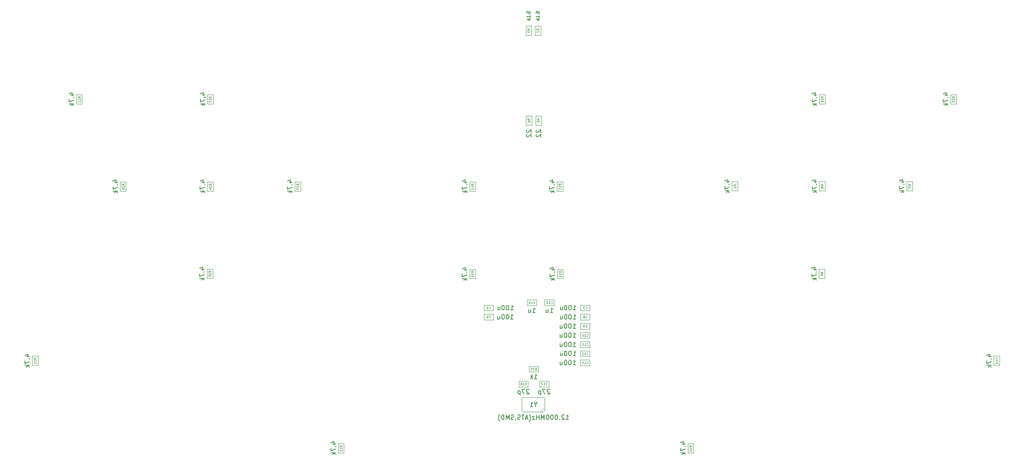
<source format=gbr>
%TF.GenerationSoftware,KiCad,Pcbnew,7.0.7*%
%TF.CreationDate,2023-10-06T06:03:55+09:00*%
%TF.ProjectId,Sixtar-Switch,53697874-6172-42d5-9377-697463682e6b,rev?*%
%TF.SameCoordinates,Original*%
%TF.FileFunction,AssemblyDrawing,Bot*%
%FSLAX46Y46*%
G04 Gerber Fmt 4.6, Leading zero omitted, Abs format (unit mm)*
G04 Created by KiCad (PCBNEW 7.0.7) date 2023-10-06 06:03:55*
%MOMM*%
%LPD*%
G01*
G04 APERTURE LIST*
%ADD10C,0.150000*%
%ADD11C,0.080000*%
%ADD12C,0.100000*%
G04 APERTURE END LIST*
D10*
X84788152Y-55921428D02*
X85454819Y-55921428D01*
X84407200Y-55683333D02*
X85121485Y-55445238D01*
X85121485Y-55445238D02*
X85121485Y-56064285D01*
X85359580Y-56445238D02*
X85407200Y-56492857D01*
X85407200Y-56492857D02*
X85454819Y-56445238D01*
X85454819Y-56445238D02*
X85407200Y-56397619D01*
X85407200Y-56397619D02*
X85359580Y-56445238D01*
X85359580Y-56445238D02*
X85454819Y-56445238D01*
X84454819Y-56826190D02*
X84454819Y-57492856D01*
X84454819Y-57492856D02*
X85454819Y-57064285D01*
X85454819Y-57873809D02*
X84454819Y-57873809D01*
X85073866Y-57969047D02*
X85454819Y-58254761D01*
X84788152Y-58254761D02*
X85169104Y-57873809D01*
D11*
X86877149Y-56528571D02*
X86639054Y-56361905D01*
X86877149Y-56242857D02*
X86377149Y-56242857D01*
X86377149Y-56242857D02*
X86377149Y-56433333D01*
X86377149Y-56433333D02*
X86400959Y-56480952D01*
X86400959Y-56480952D02*
X86424768Y-56504762D01*
X86424768Y-56504762D02*
X86472387Y-56528571D01*
X86472387Y-56528571D02*
X86543816Y-56528571D01*
X86543816Y-56528571D02*
X86591435Y-56504762D01*
X86591435Y-56504762D02*
X86615244Y-56480952D01*
X86615244Y-56480952D02*
X86639054Y-56433333D01*
X86639054Y-56433333D02*
X86639054Y-56242857D01*
X86424768Y-56719048D02*
X86400959Y-56742857D01*
X86400959Y-56742857D02*
X86377149Y-56790476D01*
X86377149Y-56790476D02*
X86377149Y-56909524D01*
X86377149Y-56909524D02*
X86400959Y-56957143D01*
X86400959Y-56957143D02*
X86424768Y-56980952D01*
X86424768Y-56980952D02*
X86472387Y-57004762D01*
X86472387Y-57004762D02*
X86520006Y-57004762D01*
X86520006Y-57004762D02*
X86591435Y-56980952D01*
X86591435Y-56980952D02*
X86877149Y-56695238D01*
X86877149Y-56695238D02*
X86877149Y-57004762D01*
X86377149Y-57171428D02*
X86377149Y-57504761D01*
X86377149Y-57504761D02*
X86877149Y-57290476D01*
D10*
X146661547Y-93814819D02*
X147232975Y-93814819D01*
X146947261Y-93814819D02*
X146947261Y-92814819D01*
X146947261Y-92814819D02*
X147042499Y-92957676D01*
X147042499Y-92957676D02*
X147137737Y-93052914D01*
X147137737Y-93052914D02*
X147232975Y-93100533D01*
X146042499Y-92814819D02*
X145947261Y-92814819D01*
X145947261Y-92814819D02*
X145852023Y-92862438D01*
X145852023Y-92862438D02*
X145804404Y-92910057D01*
X145804404Y-92910057D02*
X145756785Y-93005295D01*
X145756785Y-93005295D02*
X145709166Y-93195771D01*
X145709166Y-93195771D02*
X145709166Y-93433866D01*
X145709166Y-93433866D02*
X145756785Y-93624342D01*
X145756785Y-93624342D02*
X145804404Y-93719580D01*
X145804404Y-93719580D02*
X145852023Y-93767200D01*
X145852023Y-93767200D02*
X145947261Y-93814819D01*
X145947261Y-93814819D02*
X146042499Y-93814819D01*
X146042499Y-93814819D02*
X146137737Y-93767200D01*
X146137737Y-93767200D02*
X146185356Y-93719580D01*
X146185356Y-93719580D02*
X146232975Y-93624342D01*
X146232975Y-93624342D02*
X146280594Y-93433866D01*
X146280594Y-93433866D02*
X146280594Y-93195771D01*
X146280594Y-93195771D02*
X146232975Y-93005295D01*
X146232975Y-93005295D02*
X146185356Y-92910057D01*
X146185356Y-92910057D02*
X146137737Y-92862438D01*
X146137737Y-92862438D02*
X146042499Y-92814819D01*
X145090118Y-92814819D02*
X144994880Y-92814819D01*
X144994880Y-92814819D02*
X144899642Y-92862438D01*
X144899642Y-92862438D02*
X144852023Y-92910057D01*
X144852023Y-92910057D02*
X144804404Y-93005295D01*
X144804404Y-93005295D02*
X144756785Y-93195771D01*
X144756785Y-93195771D02*
X144756785Y-93433866D01*
X144756785Y-93433866D02*
X144804404Y-93624342D01*
X144804404Y-93624342D02*
X144852023Y-93719580D01*
X144852023Y-93719580D02*
X144899642Y-93767200D01*
X144899642Y-93767200D02*
X144994880Y-93814819D01*
X144994880Y-93814819D02*
X145090118Y-93814819D01*
X145090118Y-93814819D02*
X145185356Y-93767200D01*
X145185356Y-93767200D02*
X145232975Y-93719580D01*
X145232975Y-93719580D02*
X145280594Y-93624342D01*
X145280594Y-93624342D02*
X145328213Y-93433866D01*
X145328213Y-93433866D02*
X145328213Y-93195771D01*
X145328213Y-93195771D02*
X145280594Y-93005295D01*
X145280594Y-93005295D02*
X145232975Y-92910057D01*
X145232975Y-92910057D02*
X145185356Y-92862438D01*
X145185356Y-92862438D02*
X145090118Y-92814819D01*
X143899642Y-93148152D02*
X143899642Y-93814819D01*
X144328213Y-93148152D02*
X144328213Y-93671961D01*
X144328213Y-93671961D02*
X144280594Y-93767200D01*
X144280594Y-93767200D02*
X144185356Y-93814819D01*
X144185356Y-93814819D02*
X144042499Y-93814819D01*
X144042499Y-93814819D02*
X143947261Y-93767200D01*
X143947261Y-93767200D02*
X143899642Y-93719580D01*
D11*
X149601428Y-93539530D02*
X149625237Y-93563340D01*
X149625237Y-93563340D02*
X149696666Y-93587149D01*
X149696666Y-93587149D02*
X149744285Y-93587149D01*
X149744285Y-93587149D02*
X149815713Y-93563340D01*
X149815713Y-93563340D02*
X149863332Y-93515720D01*
X149863332Y-93515720D02*
X149887142Y-93468101D01*
X149887142Y-93468101D02*
X149910951Y-93372863D01*
X149910951Y-93372863D02*
X149910951Y-93301435D01*
X149910951Y-93301435D02*
X149887142Y-93206197D01*
X149887142Y-93206197D02*
X149863332Y-93158578D01*
X149863332Y-93158578D02*
X149815713Y-93110959D01*
X149815713Y-93110959D02*
X149744285Y-93087149D01*
X149744285Y-93087149D02*
X149696666Y-93087149D01*
X149696666Y-93087149D02*
X149625237Y-93110959D01*
X149625237Y-93110959D02*
X149601428Y-93134768D01*
X149125237Y-93587149D02*
X149410951Y-93587149D01*
X149268094Y-93587149D02*
X149268094Y-93087149D01*
X149268094Y-93087149D02*
X149315713Y-93158578D01*
X149315713Y-93158578D02*
X149363332Y-93206197D01*
X149363332Y-93206197D02*
X149410951Y-93230006D01*
X148934761Y-93134768D02*
X148910952Y-93110959D01*
X148910952Y-93110959D02*
X148863333Y-93087149D01*
X148863333Y-93087149D02*
X148744285Y-93087149D01*
X148744285Y-93087149D02*
X148696666Y-93110959D01*
X148696666Y-93110959D02*
X148672857Y-93134768D01*
X148672857Y-93134768D02*
X148649047Y-93182387D01*
X148649047Y-93182387D02*
X148649047Y-93230006D01*
X148649047Y-93230006D02*
X148672857Y-93301435D01*
X148672857Y-93301435D02*
X148958571Y-93587149D01*
X148958571Y-93587149D02*
X148649047Y-93587149D01*
D10*
X146649047Y-89814819D02*
X147220475Y-89814819D01*
X146934761Y-89814819D02*
X146934761Y-88814819D01*
X146934761Y-88814819D02*
X147029999Y-88957676D01*
X147029999Y-88957676D02*
X147125237Y-89052914D01*
X147125237Y-89052914D02*
X147220475Y-89100533D01*
X146029999Y-88814819D02*
X145934761Y-88814819D01*
X145934761Y-88814819D02*
X145839523Y-88862438D01*
X145839523Y-88862438D02*
X145791904Y-88910057D01*
X145791904Y-88910057D02*
X145744285Y-89005295D01*
X145744285Y-89005295D02*
X145696666Y-89195771D01*
X145696666Y-89195771D02*
X145696666Y-89433866D01*
X145696666Y-89433866D02*
X145744285Y-89624342D01*
X145744285Y-89624342D02*
X145791904Y-89719580D01*
X145791904Y-89719580D02*
X145839523Y-89767200D01*
X145839523Y-89767200D02*
X145934761Y-89814819D01*
X145934761Y-89814819D02*
X146029999Y-89814819D01*
X146029999Y-89814819D02*
X146125237Y-89767200D01*
X146125237Y-89767200D02*
X146172856Y-89719580D01*
X146172856Y-89719580D02*
X146220475Y-89624342D01*
X146220475Y-89624342D02*
X146268094Y-89433866D01*
X146268094Y-89433866D02*
X146268094Y-89195771D01*
X146268094Y-89195771D02*
X146220475Y-89005295D01*
X146220475Y-89005295D02*
X146172856Y-88910057D01*
X146172856Y-88910057D02*
X146125237Y-88862438D01*
X146125237Y-88862438D02*
X146029999Y-88814819D01*
X145077618Y-88814819D02*
X144982380Y-88814819D01*
X144982380Y-88814819D02*
X144887142Y-88862438D01*
X144887142Y-88862438D02*
X144839523Y-88910057D01*
X144839523Y-88910057D02*
X144791904Y-89005295D01*
X144791904Y-89005295D02*
X144744285Y-89195771D01*
X144744285Y-89195771D02*
X144744285Y-89433866D01*
X144744285Y-89433866D02*
X144791904Y-89624342D01*
X144791904Y-89624342D02*
X144839523Y-89719580D01*
X144839523Y-89719580D02*
X144887142Y-89767200D01*
X144887142Y-89767200D02*
X144982380Y-89814819D01*
X144982380Y-89814819D02*
X145077618Y-89814819D01*
X145077618Y-89814819D02*
X145172856Y-89767200D01*
X145172856Y-89767200D02*
X145220475Y-89719580D01*
X145220475Y-89719580D02*
X145268094Y-89624342D01*
X145268094Y-89624342D02*
X145315713Y-89433866D01*
X145315713Y-89433866D02*
X145315713Y-89195771D01*
X145315713Y-89195771D02*
X145268094Y-89005295D01*
X145268094Y-89005295D02*
X145220475Y-88910057D01*
X145220475Y-88910057D02*
X145172856Y-88862438D01*
X145172856Y-88862438D02*
X145077618Y-88814819D01*
X143887142Y-89148152D02*
X143887142Y-89814819D01*
X144315713Y-89148152D02*
X144315713Y-89671961D01*
X144315713Y-89671961D02*
X144268094Y-89767200D01*
X144268094Y-89767200D02*
X144172856Y-89814819D01*
X144172856Y-89814819D02*
X144029999Y-89814819D01*
X144029999Y-89814819D02*
X143934761Y-89767200D01*
X143934761Y-89767200D02*
X143887142Y-89719580D01*
D11*
X149601428Y-89539530D02*
X149625237Y-89563340D01*
X149625237Y-89563340D02*
X149696666Y-89587149D01*
X149696666Y-89587149D02*
X149744285Y-89587149D01*
X149744285Y-89587149D02*
X149815713Y-89563340D01*
X149815713Y-89563340D02*
X149863332Y-89515720D01*
X149863332Y-89515720D02*
X149887142Y-89468101D01*
X149887142Y-89468101D02*
X149910951Y-89372863D01*
X149910951Y-89372863D02*
X149910951Y-89301435D01*
X149910951Y-89301435D02*
X149887142Y-89206197D01*
X149887142Y-89206197D02*
X149863332Y-89158578D01*
X149863332Y-89158578D02*
X149815713Y-89110959D01*
X149815713Y-89110959D02*
X149744285Y-89087149D01*
X149744285Y-89087149D02*
X149696666Y-89087149D01*
X149696666Y-89087149D02*
X149625237Y-89110959D01*
X149625237Y-89110959D02*
X149601428Y-89134768D01*
X149125237Y-89587149D02*
X149410951Y-89587149D01*
X149268094Y-89587149D02*
X149268094Y-89087149D01*
X149268094Y-89087149D02*
X149315713Y-89158578D01*
X149315713Y-89158578D02*
X149363332Y-89206197D01*
X149363332Y-89206197D02*
X149410951Y-89230006D01*
X148815714Y-89087149D02*
X148768095Y-89087149D01*
X148768095Y-89087149D02*
X148720476Y-89110959D01*
X148720476Y-89110959D02*
X148696666Y-89134768D01*
X148696666Y-89134768D02*
X148672857Y-89182387D01*
X148672857Y-89182387D02*
X148649047Y-89277625D01*
X148649047Y-89277625D02*
X148649047Y-89396673D01*
X148649047Y-89396673D02*
X148672857Y-89491911D01*
X148672857Y-89491911D02*
X148696666Y-89539530D01*
X148696666Y-89539530D02*
X148720476Y-89563340D01*
X148720476Y-89563340D02*
X148768095Y-89587149D01*
X148768095Y-89587149D02*
X148815714Y-89587149D01*
X148815714Y-89587149D02*
X148863333Y-89563340D01*
X148863333Y-89563340D02*
X148887142Y-89539530D01*
X148887142Y-89539530D02*
X148910952Y-89491911D01*
X148910952Y-89491911D02*
X148934761Y-89396673D01*
X148934761Y-89396673D02*
X148934761Y-89277625D01*
X148934761Y-89277625D02*
X148910952Y-89182387D01*
X148910952Y-89182387D02*
X148887142Y-89134768D01*
X148887142Y-89134768D02*
X148863333Y-89110959D01*
X148863333Y-89110959D02*
X148815714Y-89087149D01*
D10*
X133031785Y-83814819D02*
X133603213Y-83814819D01*
X133317499Y-83814819D02*
X133317499Y-82814819D01*
X133317499Y-82814819D02*
X133412737Y-82957676D01*
X133412737Y-82957676D02*
X133507975Y-83052914D01*
X133507975Y-83052914D02*
X133603213Y-83100533D01*
X132412737Y-82814819D02*
X132317499Y-82814819D01*
X132317499Y-82814819D02*
X132222261Y-82862438D01*
X132222261Y-82862438D02*
X132174642Y-82910057D01*
X132174642Y-82910057D02*
X132127023Y-83005295D01*
X132127023Y-83005295D02*
X132079404Y-83195771D01*
X132079404Y-83195771D02*
X132079404Y-83433866D01*
X132079404Y-83433866D02*
X132127023Y-83624342D01*
X132127023Y-83624342D02*
X132174642Y-83719580D01*
X132174642Y-83719580D02*
X132222261Y-83767200D01*
X132222261Y-83767200D02*
X132317499Y-83814819D01*
X132317499Y-83814819D02*
X132412737Y-83814819D01*
X132412737Y-83814819D02*
X132507975Y-83767200D01*
X132507975Y-83767200D02*
X132555594Y-83719580D01*
X132555594Y-83719580D02*
X132603213Y-83624342D01*
X132603213Y-83624342D02*
X132650832Y-83433866D01*
X132650832Y-83433866D02*
X132650832Y-83195771D01*
X132650832Y-83195771D02*
X132603213Y-83005295D01*
X132603213Y-83005295D02*
X132555594Y-82910057D01*
X132555594Y-82910057D02*
X132507975Y-82862438D01*
X132507975Y-82862438D02*
X132412737Y-82814819D01*
X131460356Y-82814819D02*
X131365118Y-82814819D01*
X131365118Y-82814819D02*
X131269880Y-82862438D01*
X131269880Y-82862438D02*
X131222261Y-82910057D01*
X131222261Y-82910057D02*
X131174642Y-83005295D01*
X131174642Y-83005295D02*
X131127023Y-83195771D01*
X131127023Y-83195771D02*
X131127023Y-83433866D01*
X131127023Y-83433866D02*
X131174642Y-83624342D01*
X131174642Y-83624342D02*
X131222261Y-83719580D01*
X131222261Y-83719580D02*
X131269880Y-83767200D01*
X131269880Y-83767200D02*
X131365118Y-83814819D01*
X131365118Y-83814819D02*
X131460356Y-83814819D01*
X131460356Y-83814819D02*
X131555594Y-83767200D01*
X131555594Y-83767200D02*
X131603213Y-83719580D01*
X131603213Y-83719580D02*
X131650832Y-83624342D01*
X131650832Y-83624342D02*
X131698451Y-83433866D01*
X131698451Y-83433866D02*
X131698451Y-83195771D01*
X131698451Y-83195771D02*
X131650832Y-83005295D01*
X131650832Y-83005295D02*
X131603213Y-82910057D01*
X131603213Y-82910057D02*
X131555594Y-82862438D01*
X131555594Y-82862438D02*
X131460356Y-82814819D01*
X130269880Y-83148152D02*
X130269880Y-83814819D01*
X130698451Y-83148152D02*
X130698451Y-83671961D01*
X130698451Y-83671961D02*
X130650832Y-83767200D01*
X130650832Y-83767200D02*
X130555594Y-83814819D01*
X130555594Y-83814819D02*
X130412737Y-83814819D01*
X130412737Y-83814819D02*
X130317499Y-83767200D01*
X130317499Y-83767200D02*
X130269880Y-83719580D01*
D11*
X128336071Y-83539530D02*
X128359880Y-83563340D01*
X128359880Y-83563340D02*
X128431309Y-83587149D01*
X128431309Y-83587149D02*
X128478928Y-83587149D01*
X128478928Y-83587149D02*
X128550356Y-83563340D01*
X128550356Y-83563340D02*
X128597975Y-83515720D01*
X128597975Y-83515720D02*
X128621785Y-83468101D01*
X128621785Y-83468101D02*
X128645594Y-83372863D01*
X128645594Y-83372863D02*
X128645594Y-83301435D01*
X128645594Y-83301435D02*
X128621785Y-83206197D01*
X128621785Y-83206197D02*
X128597975Y-83158578D01*
X128597975Y-83158578D02*
X128550356Y-83110959D01*
X128550356Y-83110959D02*
X128478928Y-83087149D01*
X128478928Y-83087149D02*
X128431309Y-83087149D01*
X128431309Y-83087149D02*
X128359880Y-83110959D01*
X128359880Y-83110959D02*
X128336071Y-83134768D01*
X127883690Y-83087149D02*
X128121785Y-83087149D01*
X128121785Y-83087149D02*
X128145594Y-83325244D01*
X128145594Y-83325244D02*
X128121785Y-83301435D01*
X128121785Y-83301435D02*
X128074166Y-83277625D01*
X128074166Y-83277625D02*
X127955118Y-83277625D01*
X127955118Y-83277625D02*
X127907499Y-83301435D01*
X127907499Y-83301435D02*
X127883690Y-83325244D01*
X127883690Y-83325244D02*
X127859880Y-83372863D01*
X127859880Y-83372863D02*
X127859880Y-83491911D01*
X127859880Y-83491911D02*
X127883690Y-83539530D01*
X127883690Y-83539530D02*
X127907499Y-83563340D01*
X127907499Y-83563340D02*
X127955118Y-83587149D01*
X127955118Y-83587149D02*
X128074166Y-83587149D01*
X128074166Y-83587149D02*
X128121785Y-83563340D01*
X128121785Y-83563340D02*
X128145594Y-83539530D01*
D10*
X146661547Y-85814819D02*
X147232975Y-85814819D01*
X146947261Y-85814819D02*
X146947261Y-84814819D01*
X146947261Y-84814819D02*
X147042499Y-84957676D01*
X147042499Y-84957676D02*
X147137737Y-85052914D01*
X147137737Y-85052914D02*
X147232975Y-85100533D01*
X146042499Y-84814819D02*
X145947261Y-84814819D01*
X145947261Y-84814819D02*
X145852023Y-84862438D01*
X145852023Y-84862438D02*
X145804404Y-84910057D01*
X145804404Y-84910057D02*
X145756785Y-85005295D01*
X145756785Y-85005295D02*
X145709166Y-85195771D01*
X145709166Y-85195771D02*
X145709166Y-85433866D01*
X145709166Y-85433866D02*
X145756785Y-85624342D01*
X145756785Y-85624342D02*
X145804404Y-85719580D01*
X145804404Y-85719580D02*
X145852023Y-85767200D01*
X145852023Y-85767200D02*
X145947261Y-85814819D01*
X145947261Y-85814819D02*
X146042499Y-85814819D01*
X146042499Y-85814819D02*
X146137737Y-85767200D01*
X146137737Y-85767200D02*
X146185356Y-85719580D01*
X146185356Y-85719580D02*
X146232975Y-85624342D01*
X146232975Y-85624342D02*
X146280594Y-85433866D01*
X146280594Y-85433866D02*
X146280594Y-85195771D01*
X146280594Y-85195771D02*
X146232975Y-85005295D01*
X146232975Y-85005295D02*
X146185356Y-84910057D01*
X146185356Y-84910057D02*
X146137737Y-84862438D01*
X146137737Y-84862438D02*
X146042499Y-84814819D01*
X145090118Y-84814819D02*
X144994880Y-84814819D01*
X144994880Y-84814819D02*
X144899642Y-84862438D01*
X144899642Y-84862438D02*
X144852023Y-84910057D01*
X144852023Y-84910057D02*
X144804404Y-85005295D01*
X144804404Y-85005295D02*
X144756785Y-85195771D01*
X144756785Y-85195771D02*
X144756785Y-85433866D01*
X144756785Y-85433866D02*
X144804404Y-85624342D01*
X144804404Y-85624342D02*
X144852023Y-85719580D01*
X144852023Y-85719580D02*
X144899642Y-85767200D01*
X144899642Y-85767200D02*
X144994880Y-85814819D01*
X144994880Y-85814819D02*
X145090118Y-85814819D01*
X145090118Y-85814819D02*
X145185356Y-85767200D01*
X145185356Y-85767200D02*
X145232975Y-85719580D01*
X145232975Y-85719580D02*
X145280594Y-85624342D01*
X145280594Y-85624342D02*
X145328213Y-85433866D01*
X145328213Y-85433866D02*
X145328213Y-85195771D01*
X145328213Y-85195771D02*
X145280594Y-85005295D01*
X145280594Y-85005295D02*
X145232975Y-84910057D01*
X145232975Y-84910057D02*
X145185356Y-84862438D01*
X145185356Y-84862438D02*
X145090118Y-84814819D01*
X143899642Y-85148152D02*
X143899642Y-85814819D01*
X144328213Y-85148152D02*
X144328213Y-85671961D01*
X144328213Y-85671961D02*
X144280594Y-85767200D01*
X144280594Y-85767200D02*
X144185356Y-85814819D01*
X144185356Y-85814819D02*
X144042499Y-85814819D01*
X144042499Y-85814819D02*
X143947261Y-85767200D01*
X143947261Y-85767200D02*
X143899642Y-85719580D01*
D11*
X149363333Y-85539530D02*
X149387142Y-85563340D01*
X149387142Y-85563340D02*
X149458571Y-85587149D01*
X149458571Y-85587149D02*
X149506190Y-85587149D01*
X149506190Y-85587149D02*
X149577618Y-85563340D01*
X149577618Y-85563340D02*
X149625237Y-85515720D01*
X149625237Y-85515720D02*
X149649047Y-85468101D01*
X149649047Y-85468101D02*
X149672856Y-85372863D01*
X149672856Y-85372863D02*
X149672856Y-85301435D01*
X149672856Y-85301435D02*
X149649047Y-85206197D01*
X149649047Y-85206197D02*
X149625237Y-85158578D01*
X149625237Y-85158578D02*
X149577618Y-85110959D01*
X149577618Y-85110959D02*
X149506190Y-85087149D01*
X149506190Y-85087149D02*
X149458571Y-85087149D01*
X149458571Y-85087149D02*
X149387142Y-85110959D01*
X149387142Y-85110959D02*
X149363333Y-85134768D01*
X149077618Y-85301435D02*
X149125237Y-85277625D01*
X149125237Y-85277625D02*
X149149047Y-85253816D01*
X149149047Y-85253816D02*
X149172856Y-85206197D01*
X149172856Y-85206197D02*
X149172856Y-85182387D01*
X149172856Y-85182387D02*
X149149047Y-85134768D01*
X149149047Y-85134768D02*
X149125237Y-85110959D01*
X149125237Y-85110959D02*
X149077618Y-85087149D01*
X149077618Y-85087149D02*
X148982380Y-85087149D01*
X148982380Y-85087149D02*
X148934761Y-85110959D01*
X148934761Y-85110959D02*
X148910952Y-85134768D01*
X148910952Y-85134768D02*
X148887142Y-85182387D01*
X148887142Y-85182387D02*
X148887142Y-85206197D01*
X148887142Y-85206197D02*
X148910952Y-85253816D01*
X148910952Y-85253816D02*
X148934761Y-85277625D01*
X148934761Y-85277625D02*
X148982380Y-85301435D01*
X148982380Y-85301435D02*
X149077618Y-85301435D01*
X149077618Y-85301435D02*
X149125237Y-85325244D01*
X149125237Y-85325244D02*
X149149047Y-85349054D01*
X149149047Y-85349054D02*
X149172856Y-85396673D01*
X149172856Y-85396673D02*
X149172856Y-85491911D01*
X149172856Y-85491911D02*
X149149047Y-85539530D01*
X149149047Y-85539530D02*
X149125237Y-85563340D01*
X149125237Y-85563340D02*
X149077618Y-85587149D01*
X149077618Y-85587149D02*
X148982380Y-85587149D01*
X148982380Y-85587149D02*
X148934761Y-85563340D01*
X148934761Y-85563340D02*
X148910952Y-85539530D01*
X148910952Y-85539530D02*
X148887142Y-85491911D01*
X148887142Y-85491911D02*
X148887142Y-85396673D01*
X148887142Y-85396673D02*
X148910952Y-85349054D01*
X148910952Y-85349054D02*
X148934761Y-85325244D01*
X148934761Y-85325244D02*
X148982380Y-85301435D01*
D10*
X180058152Y-55861428D02*
X180724819Y-55861428D01*
X179677200Y-55623333D02*
X180391485Y-55385238D01*
X180391485Y-55385238D02*
X180391485Y-56004285D01*
X180629580Y-56385238D02*
X180677200Y-56432857D01*
X180677200Y-56432857D02*
X180724819Y-56385238D01*
X180724819Y-56385238D02*
X180677200Y-56337619D01*
X180677200Y-56337619D02*
X180629580Y-56385238D01*
X180629580Y-56385238D02*
X180724819Y-56385238D01*
X179724819Y-56766190D02*
X179724819Y-57432856D01*
X179724819Y-57432856D02*
X180724819Y-57004285D01*
X180724819Y-57813809D02*
X179724819Y-57813809D01*
X180343866Y-57909047D02*
X180724819Y-58194761D01*
X180058152Y-58194761D02*
X180439104Y-57813809D01*
D11*
X182147149Y-56706666D02*
X181909054Y-56540000D01*
X182147149Y-56420952D02*
X181647149Y-56420952D01*
X181647149Y-56420952D02*
X181647149Y-56611428D01*
X181647149Y-56611428D02*
X181670959Y-56659047D01*
X181670959Y-56659047D02*
X181694768Y-56682857D01*
X181694768Y-56682857D02*
X181742387Y-56706666D01*
X181742387Y-56706666D02*
X181813816Y-56706666D01*
X181813816Y-56706666D02*
X181861435Y-56682857D01*
X181861435Y-56682857D02*
X181885244Y-56659047D01*
X181885244Y-56659047D02*
X181909054Y-56611428D01*
X181909054Y-56611428D02*
X181909054Y-56420952D01*
X182147149Y-57182857D02*
X182147149Y-56897143D01*
X182147149Y-57040000D02*
X181647149Y-57040000D01*
X181647149Y-57040000D02*
X181718578Y-56992381D01*
X181718578Y-56992381D02*
X181766197Y-56944762D01*
X181766197Y-56944762D02*
X181790006Y-56897143D01*
D10*
X137054285Y-101210057D02*
X137006666Y-101162438D01*
X137006666Y-101162438D02*
X136911428Y-101114819D01*
X136911428Y-101114819D02*
X136673333Y-101114819D01*
X136673333Y-101114819D02*
X136578095Y-101162438D01*
X136578095Y-101162438D02*
X136530476Y-101210057D01*
X136530476Y-101210057D02*
X136482857Y-101305295D01*
X136482857Y-101305295D02*
X136482857Y-101400533D01*
X136482857Y-101400533D02*
X136530476Y-101543390D01*
X136530476Y-101543390D02*
X137101904Y-102114819D01*
X137101904Y-102114819D02*
X136482857Y-102114819D01*
X136149523Y-101114819D02*
X135482857Y-101114819D01*
X135482857Y-101114819D02*
X135911428Y-102114819D01*
X135101904Y-101448152D02*
X135101904Y-102448152D01*
X135101904Y-101495771D02*
X135006666Y-101448152D01*
X135006666Y-101448152D02*
X134816190Y-101448152D01*
X134816190Y-101448152D02*
X134720952Y-101495771D01*
X134720952Y-101495771D02*
X134673333Y-101543390D01*
X134673333Y-101543390D02*
X134625714Y-101638628D01*
X134625714Y-101638628D02*
X134625714Y-101924342D01*
X134625714Y-101924342D02*
X134673333Y-102019580D01*
X134673333Y-102019580D02*
X134720952Y-102067200D01*
X134720952Y-102067200D02*
X134816190Y-102114819D01*
X134816190Y-102114819D02*
X135006666Y-102114819D01*
X135006666Y-102114819D02*
X135101904Y-102067200D01*
D11*
X136161428Y-100159530D02*
X136185237Y-100183340D01*
X136185237Y-100183340D02*
X136256666Y-100207149D01*
X136256666Y-100207149D02*
X136304285Y-100207149D01*
X136304285Y-100207149D02*
X136375713Y-100183340D01*
X136375713Y-100183340D02*
X136423332Y-100135720D01*
X136423332Y-100135720D02*
X136447142Y-100088101D01*
X136447142Y-100088101D02*
X136470951Y-99992863D01*
X136470951Y-99992863D02*
X136470951Y-99921435D01*
X136470951Y-99921435D02*
X136447142Y-99826197D01*
X136447142Y-99826197D02*
X136423332Y-99778578D01*
X136423332Y-99778578D02*
X136375713Y-99730959D01*
X136375713Y-99730959D02*
X136304285Y-99707149D01*
X136304285Y-99707149D02*
X136256666Y-99707149D01*
X136256666Y-99707149D02*
X136185237Y-99730959D01*
X136185237Y-99730959D02*
X136161428Y-99754768D01*
X135685237Y-100207149D02*
X135970951Y-100207149D01*
X135828094Y-100207149D02*
X135828094Y-99707149D01*
X135828094Y-99707149D02*
X135875713Y-99778578D01*
X135875713Y-99778578D02*
X135923332Y-99826197D01*
X135923332Y-99826197D02*
X135970951Y-99850006D01*
X135256666Y-99707149D02*
X135351904Y-99707149D01*
X135351904Y-99707149D02*
X135399523Y-99730959D01*
X135399523Y-99730959D02*
X135423333Y-99754768D01*
X135423333Y-99754768D02*
X135470952Y-99826197D01*
X135470952Y-99826197D02*
X135494761Y-99921435D01*
X135494761Y-99921435D02*
X135494761Y-100111911D01*
X135494761Y-100111911D02*
X135470952Y-100159530D01*
X135470952Y-100159530D02*
X135447142Y-100183340D01*
X135447142Y-100183340D02*
X135399523Y-100207149D01*
X135399523Y-100207149D02*
X135304285Y-100207149D01*
X135304285Y-100207149D02*
X135256666Y-100183340D01*
X135256666Y-100183340D02*
X135232857Y-100159530D01*
X135232857Y-100159530D02*
X135209047Y-100111911D01*
X135209047Y-100111911D02*
X135209047Y-99992863D01*
X135209047Y-99992863D02*
X135232857Y-99945244D01*
X135232857Y-99945244D02*
X135256666Y-99921435D01*
X135256666Y-99921435D02*
X135304285Y-99897625D01*
X135304285Y-99897625D02*
X135399523Y-99897625D01*
X135399523Y-99897625D02*
X135447142Y-99921435D01*
X135447142Y-99921435D02*
X135470952Y-99945244D01*
X135470952Y-99945244D02*
X135494761Y-99992863D01*
D10*
X237138152Y-93971428D02*
X237804819Y-93971428D01*
X236757200Y-93733333D02*
X237471485Y-93495238D01*
X237471485Y-93495238D02*
X237471485Y-94114285D01*
X237709580Y-94495238D02*
X237757200Y-94542857D01*
X237757200Y-94542857D02*
X237804819Y-94495238D01*
X237804819Y-94495238D02*
X237757200Y-94447619D01*
X237757200Y-94447619D02*
X237709580Y-94495238D01*
X237709580Y-94495238D02*
X237804819Y-94495238D01*
X236804819Y-94876190D02*
X236804819Y-95542856D01*
X236804819Y-95542856D02*
X237804819Y-95114285D01*
X237804819Y-95923809D02*
X236804819Y-95923809D01*
X237423866Y-96019047D02*
X237804819Y-96304761D01*
X237138152Y-96304761D02*
X237519104Y-95923809D01*
D11*
X239227149Y-94578571D02*
X238989054Y-94411905D01*
X239227149Y-94292857D02*
X238727149Y-94292857D01*
X238727149Y-94292857D02*
X238727149Y-94483333D01*
X238727149Y-94483333D02*
X238750959Y-94530952D01*
X238750959Y-94530952D02*
X238774768Y-94554762D01*
X238774768Y-94554762D02*
X238822387Y-94578571D01*
X238822387Y-94578571D02*
X238893816Y-94578571D01*
X238893816Y-94578571D02*
X238941435Y-94554762D01*
X238941435Y-94554762D02*
X238965244Y-94530952D01*
X238965244Y-94530952D02*
X238989054Y-94483333D01*
X238989054Y-94483333D02*
X238989054Y-94292857D01*
X239227149Y-95054762D02*
X239227149Y-94769048D01*
X239227149Y-94911905D02*
X238727149Y-94911905D01*
X238727149Y-94911905D02*
X238798578Y-94864286D01*
X238798578Y-94864286D02*
X238846197Y-94816667D01*
X238846197Y-94816667D02*
X238870006Y-94769048D01*
X239227149Y-95292857D02*
X239227149Y-95388095D01*
X239227149Y-95388095D02*
X239203340Y-95435714D01*
X239203340Y-95435714D02*
X239179530Y-95459523D01*
X239179530Y-95459523D02*
X239108101Y-95507142D01*
X239108101Y-95507142D02*
X239012863Y-95530952D01*
X239012863Y-95530952D02*
X238822387Y-95530952D01*
X238822387Y-95530952D02*
X238774768Y-95507142D01*
X238774768Y-95507142D02*
X238750959Y-95483333D01*
X238750959Y-95483333D02*
X238727149Y-95435714D01*
X238727149Y-95435714D02*
X238727149Y-95340476D01*
X238727149Y-95340476D02*
X238750959Y-95292857D01*
X238750959Y-95292857D02*
X238774768Y-95269047D01*
X238774768Y-95269047D02*
X238822387Y-95245238D01*
X238822387Y-95245238D02*
X238941435Y-95245238D01*
X238941435Y-95245238D02*
X238989054Y-95269047D01*
X238989054Y-95269047D02*
X239012863Y-95292857D01*
X239012863Y-95292857D02*
X239036673Y-95340476D01*
X239036673Y-95340476D02*
X239036673Y-95435714D01*
X239036673Y-95435714D02*
X239012863Y-95483333D01*
X239012863Y-95483333D02*
X238989054Y-95507142D01*
X238989054Y-95507142D02*
X238941435Y-95530952D01*
D10*
X122888152Y-75021428D02*
X123554819Y-75021428D01*
X122507200Y-74783333D02*
X123221485Y-74545238D01*
X123221485Y-74545238D02*
X123221485Y-75164285D01*
X123459580Y-75545238D02*
X123507200Y-75592857D01*
X123507200Y-75592857D02*
X123554819Y-75545238D01*
X123554819Y-75545238D02*
X123507200Y-75497619D01*
X123507200Y-75497619D02*
X123459580Y-75545238D01*
X123459580Y-75545238D02*
X123554819Y-75545238D01*
X122554819Y-75926190D02*
X122554819Y-76592856D01*
X122554819Y-76592856D02*
X123554819Y-76164285D01*
X123554819Y-76973809D02*
X122554819Y-76973809D01*
X123173866Y-77069047D02*
X123554819Y-77354761D01*
X122888152Y-77354761D02*
X123269104Y-76973809D01*
D11*
X124977149Y-75628571D02*
X124739054Y-75461905D01*
X124977149Y-75342857D02*
X124477149Y-75342857D01*
X124477149Y-75342857D02*
X124477149Y-75533333D01*
X124477149Y-75533333D02*
X124500959Y-75580952D01*
X124500959Y-75580952D02*
X124524768Y-75604762D01*
X124524768Y-75604762D02*
X124572387Y-75628571D01*
X124572387Y-75628571D02*
X124643816Y-75628571D01*
X124643816Y-75628571D02*
X124691435Y-75604762D01*
X124691435Y-75604762D02*
X124715244Y-75580952D01*
X124715244Y-75580952D02*
X124739054Y-75533333D01*
X124739054Y-75533333D02*
X124739054Y-75342857D01*
X124977149Y-76104762D02*
X124977149Y-75819048D01*
X124977149Y-75961905D02*
X124477149Y-75961905D01*
X124477149Y-75961905D02*
X124548578Y-75914286D01*
X124548578Y-75914286D02*
X124596197Y-75866667D01*
X124596197Y-75866667D02*
X124620006Y-75819048D01*
X124477149Y-76557142D02*
X124477149Y-76319047D01*
X124477149Y-76319047D02*
X124715244Y-76295238D01*
X124715244Y-76295238D02*
X124691435Y-76319047D01*
X124691435Y-76319047D02*
X124667625Y-76366666D01*
X124667625Y-76366666D02*
X124667625Y-76485714D01*
X124667625Y-76485714D02*
X124691435Y-76533333D01*
X124691435Y-76533333D02*
X124715244Y-76557142D01*
X124715244Y-76557142D02*
X124762863Y-76580952D01*
X124762863Y-76580952D02*
X124881911Y-76580952D01*
X124881911Y-76580952D02*
X124929530Y-76557142D01*
X124929530Y-76557142D02*
X124953340Y-76533333D01*
X124953340Y-76533333D02*
X124977149Y-76485714D01*
X124977149Y-76485714D02*
X124977149Y-76366666D01*
X124977149Y-76366666D02*
X124953340Y-76319047D01*
X124953340Y-76319047D02*
X124929530Y-76295238D01*
D10*
X46738152Y-55921428D02*
X47404819Y-55921428D01*
X46357200Y-55683333D02*
X47071485Y-55445238D01*
X47071485Y-55445238D02*
X47071485Y-56064285D01*
X47309580Y-56445238D02*
X47357200Y-56492857D01*
X47357200Y-56492857D02*
X47404819Y-56445238D01*
X47404819Y-56445238D02*
X47357200Y-56397619D01*
X47357200Y-56397619D02*
X47309580Y-56445238D01*
X47309580Y-56445238D02*
X47404819Y-56445238D01*
X46404819Y-56826190D02*
X46404819Y-57492856D01*
X46404819Y-57492856D02*
X47404819Y-57064285D01*
X47404819Y-57873809D02*
X46404819Y-57873809D01*
X47023866Y-57969047D02*
X47404819Y-58254761D01*
X46738152Y-58254761D02*
X47119104Y-57873809D01*
D11*
X48827149Y-56528571D02*
X48589054Y-56361905D01*
X48827149Y-56242857D02*
X48327149Y-56242857D01*
X48327149Y-56242857D02*
X48327149Y-56433333D01*
X48327149Y-56433333D02*
X48350959Y-56480952D01*
X48350959Y-56480952D02*
X48374768Y-56504762D01*
X48374768Y-56504762D02*
X48422387Y-56528571D01*
X48422387Y-56528571D02*
X48493816Y-56528571D01*
X48493816Y-56528571D02*
X48541435Y-56504762D01*
X48541435Y-56504762D02*
X48565244Y-56480952D01*
X48565244Y-56480952D02*
X48589054Y-56433333D01*
X48589054Y-56433333D02*
X48589054Y-56242857D01*
X48374768Y-56719048D02*
X48350959Y-56742857D01*
X48350959Y-56742857D02*
X48327149Y-56790476D01*
X48327149Y-56790476D02*
X48327149Y-56909524D01*
X48327149Y-56909524D02*
X48350959Y-56957143D01*
X48350959Y-56957143D02*
X48374768Y-56980952D01*
X48374768Y-56980952D02*
X48422387Y-57004762D01*
X48422387Y-57004762D02*
X48470006Y-57004762D01*
X48470006Y-57004762D02*
X48541435Y-56980952D01*
X48541435Y-56980952D02*
X48827149Y-56695238D01*
X48827149Y-56695238D02*
X48827149Y-57004762D01*
X48327149Y-57433333D02*
X48327149Y-57338095D01*
X48327149Y-57338095D02*
X48350959Y-57290476D01*
X48350959Y-57290476D02*
X48374768Y-57266666D01*
X48374768Y-57266666D02*
X48446197Y-57219047D01*
X48446197Y-57219047D02*
X48541435Y-57195238D01*
X48541435Y-57195238D02*
X48731911Y-57195238D01*
X48731911Y-57195238D02*
X48779530Y-57219047D01*
X48779530Y-57219047D02*
X48803340Y-57242857D01*
X48803340Y-57242857D02*
X48827149Y-57290476D01*
X48827149Y-57290476D02*
X48827149Y-57385714D01*
X48827149Y-57385714D02*
X48803340Y-57433333D01*
X48803340Y-57433333D02*
X48779530Y-57457142D01*
X48779530Y-57457142D02*
X48731911Y-57480952D01*
X48731911Y-57480952D02*
X48612863Y-57480952D01*
X48612863Y-57480952D02*
X48565244Y-57457142D01*
X48565244Y-57457142D02*
X48541435Y-57433333D01*
X48541435Y-57433333D02*
X48517625Y-57385714D01*
X48517625Y-57385714D02*
X48517625Y-57290476D01*
X48517625Y-57290476D02*
X48541435Y-57242857D01*
X48541435Y-57242857D02*
X48565244Y-57219047D01*
X48565244Y-57219047D02*
X48612863Y-57195238D01*
D10*
X227688152Y-36871428D02*
X228354819Y-36871428D01*
X227307200Y-36633333D02*
X228021485Y-36395238D01*
X228021485Y-36395238D02*
X228021485Y-37014285D01*
X228259580Y-37395238D02*
X228307200Y-37442857D01*
X228307200Y-37442857D02*
X228354819Y-37395238D01*
X228354819Y-37395238D02*
X228307200Y-37347619D01*
X228307200Y-37347619D02*
X228259580Y-37395238D01*
X228259580Y-37395238D02*
X228354819Y-37395238D01*
X227354819Y-37776190D02*
X227354819Y-38442856D01*
X227354819Y-38442856D02*
X228354819Y-38014285D01*
X228354819Y-38823809D02*
X227354819Y-38823809D01*
X227973866Y-38919047D02*
X228354819Y-39204761D01*
X227688152Y-39204761D02*
X228069104Y-38823809D01*
D11*
X229777149Y-37478571D02*
X229539054Y-37311905D01*
X229777149Y-37192857D02*
X229277149Y-37192857D01*
X229277149Y-37192857D02*
X229277149Y-37383333D01*
X229277149Y-37383333D02*
X229300959Y-37430952D01*
X229300959Y-37430952D02*
X229324768Y-37454762D01*
X229324768Y-37454762D02*
X229372387Y-37478571D01*
X229372387Y-37478571D02*
X229443816Y-37478571D01*
X229443816Y-37478571D02*
X229491435Y-37454762D01*
X229491435Y-37454762D02*
X229515244Y-37430952D01*
X229515244Y-37430952D02*
X229539054Y-37383333D01*
X229539054Y-37383333D02*
X229539054Y-37192857D01*
X229324768Y-37669048D02*
X229300959Y-37692857D01*
X229300959Y-37692857D02*
X229277149Y-37740476D01*
X229277149Y-37740476D02*
X229277149Y-37859524D01*
X229277149Y-37859524D02*
X229300959Y-37907143D01*
X229300959Y-37907143D02*
X229324768Y-37930952D01*
X229324768Y-37930952D02*
X229372387Y-37954762D01*
X229372387Y-37954762D02*
X229420006Y-37954762D01*
X229420006Y-37954762D02*
X229491435Y-37930952D01*
X229491435Y-37930952D02*
X229777149Y-37645238D01*
X229777149Y-37645238D02*
X229777149Y-37954762D01*
X229277149Y-38121428D02*
X229277149Y-38430952D01*
X229277149Y-38430952D02*
X229467625Y-38264285D01*
X229467625Y-38264285D02*
X229467625Y-38335714D01*
X229467625Y-38335714D02*
X229491435Y-38383333D01*
X229491435Y-38383333D02*
X229515244Y-38407142D01*
X229515244Y-38407142D02*
X229562863Y-38430952D01*
X229562863Y-38430952D02*
X229681911Y-38430952D01*
X229681911Y-38430952D02*
X229729530Y-38407142D01*
X229729530Y-38407142D02*
X229753340Y-38383333D01*
X229753340Y-38383333D02*
X229777149Y-38335714D01*
X229777149Y-38335714D02*
X229777149Y-38192857D01*
X229777149Y-38192857D02*
X229753340Y-38145238D01*
X229753340Y-38145238D02*
X229729530Y-38121428D01*
D10*
X138616033Y-18983333D02*
X138616033Y-18649999D01*
X138616033Y-18649999D02*
X138949366Y-18616666D01*
X138949366Y-18616666D02*
X138916033Y-18649999D01*
X138916033Y-18649999D02*
X138882700Y-18716666D01*
X138882700Y-18716666D02*
X138882700Y-18883333D01*
X138882700Y-18883333D02*
X138916033Y-18949999D01*
X138916033Y-18949999D02*
X138949366Y-18983333D01*
X138949366Y-18983333D02*
X139016033Y-19016666D01*
X139016033Y-19016666D02*
X139182700Y-19016666D01*
X139182700Y-19016666D02*
X139249366Y-18983333D01*
X139249366Y-18983333D02*
X139282700Y-18949999D01*
X139282700Y-18949999D02*
X139316033Y-18883333D01*
X139316033Y-18883333D02*
X139316033Y-18716666D01*
X139316033Y-18716666D02*
X139282700Y-18649999D01*
X139282700Y-18649999D02*
X139249366Y-18616666D01*
X139249366Y-19316666D02*
X139282700Y-19350000D01*
X139282700Y-19350000D02*
X139316033Y-19316666D01*
X139316033Y-19316666D02*
X139282700Y-19283333D01*
X139282700Y-19283333D02*
X139249366Y-19316666D01*
X139249366Y-19316666D02*
X139316033Y-19316666D01*
X139316033Y-20016666D02*
X139316033Y-19616666D01*
X139316033Y-19816666D02*
X138616033Y-19816666D01*
X138616033Y-19816666D02*
X138716033Y-19749999D01*
X138716033Y-19749999D02*
X138782700Y-19683333D01*
X138782700Y-19683333D02*
X138816033Y-19616666D01*
X139316033Y-20316666D02*
X138616033Y-20316666D01*
X139049366Y-20383333D02*
X139316033Y-20583333D01*
X138849366Y-20583333D02*
X139116033Y-20316666D01*
D11*
X139227149Y-22716666D02*
X138989054Y-22550000D01*
X139227149Y-22430952D02*
X138727149Y-22430952D01*
X138727149Y-22430952D02*
X138727149Y-22621428D01*
X138727149Y-22621428D02*
X138750959Y-22669047D01*
X138750959Y-22669047D02*
X138774768Y-22692857D01*
X138774768Y-22692857D02*
X138822387Y-22716666D01*
X138822387Y-22716666D02*
X138893816Y-22716666D01*
X138893816Y-22716666D02*
X138941435Y-22692857D01*
X138941435Y-22692857D02*
X138965244Y-22669047D01*
X138965244Y-22669047D02*
X138989054Y-22621428D01*
X138989054Y-22621428D02*
X138989054Y-22430952D01*
X138774768Y-22907143D02*
X138750959Y-22930952D01*
X138750959Y-22930952D02*
X138727149Y-22978571D01*
X138727149Y-22978571D02*
X138727149Y-23097619D01*
X138727149Y-23097619D02*
X138750959Y-23145238D01*
X138750959Y-23145238D02*
X138774768Y-23169047D01*
X138774768Y-23169047D02*
X138822387Y-23192857D01*
X138822387Y-23192857D02*
X138870006Y-23192857D01*
X138870006Y-23192857D02*
X138941435Y-23169047D01*
X138941435Y-23169047D02*
X139227149Y-22883333D01*
X139227149Y-22883333D02*
X139227149Y-23192857D01*
D10*
X65638152Y-74971428D02*
X66304819Y-74971428D01*
X65257200Y-74733333D02*
X65971485Y-74495238D01*
X65971485Y-74495238D02*
X65971485Y-75114285D01*
X66209580Y-75495238D02*
X66257200Y-75542857D01*
X66257200Y-75542857D02*
X66304819Y-75495238D01*
X66304819Y-75495238D02*
X66257200Y-75447619D01*
X66257200Y-75447619D02*
X66209580Y-75495238D01*
X66209580Y-75495238D02*
X66304819Y-75495238D01*
X65304819Y-75876190D02*
X65304819Y-76542856D01*
X65304819Y-76542856D02*
X66304819Y-76114285D01*
X66304819Y-76923809D02*
X65304819Y-76923809D01*
X65923866Y-77019047D02*
X66304819Y-77304761D01*
X65638152Y-77304761D02*
X66019104Y-76923809D01*
D11*
X67727149Y-75578571D02*
X67489054Y-75411905D01*
X67727149Y-75292857D02*
X67227149Y-75292857D01*
X67227149Y-75292857D02*
X67227149Y-75483333D01*
X67227149Y-75483333D02*
X67250959Y-75530952D01*
X67250959Y-75530952D02*
X67274768Y-75554762D01*
X67274768Y-75554762D02*
X67322387Y-75578571D01*
X67322387Y-75578571D02*
X67393816Y-75578571D01*
X67393816Y-75578571D02*
X67441435Y-75554762D01*
X67441435Y-75554762D02*
X67465244Y-75530952D01*
X67465244Y-75530952D02*
X67489054Y-75483333D01*
X67489054Y-75483333D02*
X67489054Y-75292857D01*
X67274768Y-75769048D02*
X67250959Y-75792857D01*
X67250959Y-75792857D02*
X67227149Y-75840476D01*
X67227149Y-75840476D02*
X67227149Y-75959524D01*
X67227149Y-75959524D02*
X67250959Y-76007143D01*
X67250959Y-76007143D02*
X67274768Y-76030952D01*
X67274768Y-76030952D02*
X67322387Y-76054762D01*
X67322387Y-76054762D02*
X67370006Y-76054762D01*
X67370006Y-76054762D02*
X67441435Y-76030952D01*
X67441435Y-76030952D02*
X67727149Y-75745238D01*
X67727149Y-75745238D02*
X67727149Y-76054762D01*
X67227149Y-76507142D02*
X67227149Y-76269047D01*
X67227149Y-76269047D02*
X67465244Y-76245238D01*
X67465244Y-76245238D02*
X67441435Y-76269047D01*
X67441435Y-76269047D02*
X67417625Y-76316666D01*
X67417625Y-76316666D02*
X67417625Y-76435714D01*
X67417625Y-76435714D02*
X67441435Y-76483333D01*
X67441435Y-76483333D02*
X67465244Y-76507142D01*
X67465244Y-76507142D02*
X67512863Y-76530952D01*
X67512863Y-76530952D02*
X67631911Y-76530952D01*
X67631911Y-76530952D02*
X67679530Y-76507142D01*
X67679530Y-76507142D02*
X67703340Y-76483333D01*
X67703340Y-76483333D02*
X67727149Y-76435714D01*
X67727149Y-76435714D02*
X67727149Y-76316666D01*
X67727149Y-76316666D02*
X67703340Y-76269047D01*
X67703340Y-76269047D02*
X67679530Y-76245238D01*
D10*
X141988152Y-75021428D02*
X142654819Y-75021428D01*
X141607200Y-74783333D02*
X142321485Y-74545238D01*
X142321485Y-74545238D02*
X142321485Y-75164285D01*
X142559580Y-75545238D02*
X142607200Y-75592857D01*
X142607200Y-75592857D02*
X142654819Y-75545238D01*
X142654819Y-75545238D02*
X142607200Y-75497619D01*
X142607200Y-75497619D02*
X142559580Y-75545238D01*
X142559580Y-75545238D02*
X142654819Y-75545238D01*
X141654819Y-75926190D02*
X141654819Y-76592856D01*
X141654819Y-76592856D02*
X142654819Y-76164285D01*
X142654819Y-76973809D02*
X141654819Y-76973809D01*
X142273866Y-77069047D02*
X142654819Y-77354761D01*
X141988152Y-77354761D02*
X142369104Y-76973809D01*
D11*
X144077149Y-75628571D02*
X143839054Y-75461905D01*
X144077149Y-75342857D02*
X143577149Y-75342857D01*
X143577149Y-75342857D02*
X143577149Y-75533333D01*
X143577149Y-75533333D02*
X143600959Y-75580952D01*
X143600959Y-75580952D02*
X143624768Y-75604762D01*
X143624768Y-75604762D02*
X143672387Y-75628571D01*
X143672387Y-75628571D02*
X143743816Y-75628571D01*
X143743816Y-75628571D02*
X143791435Y-75604762D01*
X143791435Y-75604762D02*
X143815244Y-75580952D01*
X143815244Y-75580952D02*
X143839054Y-75533333D01*
X143839054Y-75533333D02*
X143839054Y-75342857D01*
X144077149Y-76104762D02*
X144077149Y-75819048D01*
X144077149Y-75961905D02*
X143577149Y-75961905D01*
X143577149Y-75961905D02*
X143648578Y-75914286D01*
X143648578Y-75914286D02*
X143696197Y-75866667D01*
X143696197Y-75866667D02*
X143720006Y-75819048D01*
X143577149Y-76533333D02*
X143577149Y-76438095D01*
X143577149Y-76438095D02*
X143600959Y-76390476D01*
X143600959Y-76390476D02*
X143624768Y-76366666D01*
X143624768Y-76366666D02*
X143696197Y-76319047D01*
X143696197Y-76319047D02*
X143791435Y-76295238D01*
X143791435Y-76295238D02*
X143981911Y-76295238D01*
X143981911Y-76295238D02*
X144029530Y-76319047D01*
X144029530Y-76319047D02*
X144053340Y-76342857D01*
X144053340Y-76342857D02*
X144077149Y-76390476D01*
X144077149Y-76390476D02*
X144077149Y-76485714D01*
X144077149Y-76485714D02*
X144053340Y-76533333D01*
X144053340Y-76533333D02*
X144029530Y-76557142D01*
X144029530Y-76557142D02*
X143981911Y-76580952D01*
X143981911Y-76580952D02*
X143862863Y-76580952D01*
X143862863Y-76580952D02*
X143815244Y-76557142D01*
X143815244Y-76557142D02*
X143791435Y-76533333D01*
X143791435Y-76533333D02*
X143767625Y-76485714D01*
X143767625Y-76485714D02*
X143767625Y-76390476D01*
X143767625Y-76390476D02*
X143791435Y-76342857D01*
X143791435Y-76342857D02*
X143815244Y-76319047D01*
X143815244Y-76319047D02*
X143862863Y-76295238D01*
D10*
X199108152Y-36871428D02*
X199774819Y-36871428D01*
X198727200Y-36633333D02*
X199441485Y-36395238D01*
X199441485Y-36395238D02*
X199441485Y-37014285D01*
X199679580Y-37395238D02*
X199727200Y-37442857D01*
X199727200Y-37442857D02*
X199774819Y-37395238D01*
X199774819Y-37395238D02*
X199727200Y-37347619D01*
X199727200Y-37347619D02*
X199679580Y-37395238D01*
X199679580Y-37395238D02*
X199774819Y-37395238D01*
X198774819Y-37776190D02*
X198774819Y-38442856D01*
X198774819Y-38442856D02*
X199774819Y-38014285D01*
X199774819Y-38823809D02*
X198774819Y-38823809D01*
X199393866Y-38919047D02*
X199774819Y-39204761D01*
X199108152Y-39204761D02*
X199489104Y-38823809D01*
D11*
X201197149Y-37478571D02*
X200959054Y-37311905D01*
X201197149Y-37192857D02*
X200697149Y-37192857D01*
X200697149Y-37192857D02*
X200697149Y-37383333D01*
X200697149Y-37383333D02*
X200720959Y-37430952D01*
X200720959Y-37430952D02*
X200744768Y-37454762D01*
X200744768Y-37454762D02*
X200792387Y-37478571D01*
X200792387Y-37478571D02*
X200863816Y-37478571D01*
X200863816Y-37478571D02*
X200911435Y-37454762D01*
X200911435Y-37454762D02*
X200935244Y-37430952D01*
X200935244Y-37430952D02*
X200959054Y-37383333D01*
X200959054Y-37383333D02*
X200959054Y-37192857D01*
X201197149Y-37954762D02*
X201197149Y-37669048D01*
X201197149Y-37811905D02*
X200697149Y-37811905D01*
X200697149Y-37811905D02*
X200768578Y-37764286D01*
X200768578Y-37764286D02*
X200816197Y-37716667D01*
X200816197Y-37716667D02*
X200840006Y-37669048D01*
X200911435Y-38240476D02*
X200887625Y-38192857D01*
X200887625Y-38192857D02*
X200863816Y-38169047D01*
X200863816Y-38169047D02*
X200816197Y-38145238D01*
X200816197Y-38145238D02*
X200792387Y-38145238D01*
X200792387Y-38145238D02*
X200744768Y-38169047D01*
X200744768Y-38169047D02*
X200720959Y-38192857D01*
X200720959Y-38192857D02*
X200697149Y-38240476D01*
X200697149Y-38240476D02*
X200697149Y-38335714D01*
X200697149Y-38335714D02*
X200720959Y-38383333D01*
X200720959Y-38383333D02*
X200744768Y-38407142D01*
X200744768Y-38407142D02*
X200792387Y-38430952D01*
X200792387Y-38430952D02*
X200816197Y-38430952D01*
X200816197Y-38430952D02*
X200863816Y-38407142D01*
X200863816Y-38407142D02*
X200887625Y-38383333D01*
X200887625Y-38383333D02*
X200911435Y-38335714D01*
X200911435Y-38335714D02*
X200911435Y-38240476D01*
X200911435Y-38240476D02*
X200935244Y-38192857D01*
X200935244Y-38192857D02*
X200959054Y-38169047D01*
X200959054Y-38169047D02*
X201006673Y-38145238D01*
X201006673Y-38145238D02*
X201101911Y-38145238D01*
X201101911Y-38145238D02*
X201149530Y-38169047D01*
X201149530Y-38169047D02*
X201173340Y-38192857D01*
X201173340Y-38192857D02*
X201197149Y-38240476D01*
X201197149Y-38240476D02*
X201197149Y-38335714D01*
X201197149Y-38335714D02*
X201173340Y-38383333D01*
X201173340Y-38383333D02*
X201149530Y-38407142D01*
X201149530Y-38407142D02*
X201101911Y-38430952D01*
X201101911Y-38430952D02*
X201006673Y-38430952D01*
X201006673Y-38430952D02*
X200959054Y-38407142D01*
X200959054Y-38407142D02*
X200935244Y-38383333D01*
X200935244Y-38383333D02*
X200911435Y-38335714D01*
D10*
X146649047Y-87814819D02*
X147220475Y-87814819D01*
X146934761Y-87814819D02*
X146934761Y-86814819D01*
X146934761Y-86814819D02*
X147029999Y-86957676D01*
X147029999Y-86957676D02*
X147125237Y-87052914D01*
X147125237Y-87052914D02*
X147220475Y-87100533D01*
X146029999Y-86814819D02*
X145934761Y-86814819D01*
X145934761Y-86814819D02*
X145839523Y-86862438D01*
X145839523Y-86862438D02*
X145791904Y-86910057D01*
X145791904Y-86910057D02*
X145744285Y-87005295D01*
X145744285Y-87005295D02*
X145696666Y-87195771D01*
X145696666Y-87195771D02*
X145696666Y-87433866D01*
X145696666Y-87433866D02*
X145744285Y-87624342D01*
X145744285Y-87624342D02*
X145791904Y-87719580D01*
X145791904Y-87719580D02*
X145839523Y-87767200D01*
X145839523Y-87767200D02*
X145934761Y-87814819D01*
X145934761Y-87814819D02*
X146029999Y-87814819D01*
X146029999Y-87814819D02*
X146125237Y-87767200D01*
X146125237Y-87767200D02*
X146172856Y-87719580D01*
X146172856Y-87719580D02*
X146220475Y-87624342D01*
X146220475Y-87624342D02*
X146268094Y-87433866D01*
X146268094Y-87433866D02*
X146268094Y-87195771D01*
X146268094Y-87195771D02*
X146220475Y-87005295D01*
X146220475Y-87005295D02*
X146172856Y-86910057D01*
X146172856Y-86910057D02*
X146125237Y-86862438D01*
X146125237Y-86862438D02*
X146029999Y-86814819D01*
X145077618Y-86814819D02*
X144982380Y-86814819D01*
X144982380Y-86814819D02*
X144887142Y-86862438D01*
X144887142Y-86862438D02*
X144839523Y-86910057D01*
X144839523Y-86910057D02*
X144791904Y-87005295D01*
X144791904Y-87005295D02*
X144744285Y-87195771D01*
X144744285Y-87195771D02*
X144744285Y-87433866D01*
X144744285Y-87433866D02*
X144791904Y-87624342D01*
X144791904Y-87624342D02*
X144839523Y-87719580D01*
X144839523Y-87719580D02*
X144887142Y-87767200D01*
X144887142Y-87767200D02*
X144982380Y-87814819D01*
X144982380Y-87814819D02*
X145077618Y-87814819D01*
X145077618Y-87814819D02*
X145172856Y-87767200D01*
X145172856Y-87767200D02*
X145220475Y-87719580D01*
X145220475Y-87719580D02*
X145268094Y-87624342D01*
X145268094Y-87624342D02*
X145315713Y-87433866D01*
X145315713Y-87433866D02*
X145315713Y-87195771D01*
X145315713Y-87195771D02*
X145268094Y-87005295D01*
X145268094Y-87005295D02*
X145220475Y-86910057D01*
X145220475Y-86910057D02*
X145172856Y-86862438D01*
X145172856Y-86862438D02*
X145077618Y-86814819D01*
X143887142Y-87148152D02*
X143887142Y-87814819D01*
X144315713Y-87148152D02*
X144315713Y-87671961D01*
X144315713Y-87671961D02*
X144268094Y-87767200D01*
X144268094Y-87767200D02*
X144172856Y-87814819D01*
X144172856Y-87814819D02*
X144029999Y-87814819D01*
X144029999Y-87814819D02*
X143934761Y-87767200D01*
X143934761Y-87767200D02*
X143887142Y-87719580D01*
D11*
X149363333Y-87539530D02*
X149387142Y-87563340D01*
X149387142Y-87563340D02*
X149458571Y-87587149D01*
X149458571Y-87587149D02*
X149506190Y-87587149D01*
X149506190Y-87587149D02*
X149577618Y-87563340D01*
X149577618Y-87563340D02*
X149625237Y-87515720D01*
X149625237Y-87515720D02*
X149649047Y-87468101D01*
X149649047Y-87468101D02*
X149672856Y-87372863D01*
X149672856Y-87372863D02*
X149672856Y-87301435D01*
X149672856Y-87301435D02*
X149649047Y-87206197D01*
X149649047Y-87206197D02*
X149625237Y-87158578D01*
X149625237Y-87158578D02*
X149577618Y-87110959D01*
X149577618Y-87110959D02*
X149506190Y-87087149D01*
X149506190Y-87087149D02*
X149458571Y-87087149D01*
X149458571Y-87087149D02*
X149387142Y-87110959D01*
X149387142Y-87110959D02*
X149363333Y-87134768D01*
X149125237Y-87587149D02*
X149029999Y-87587149D01*
X149029999Y-87587149D02*
X148982380Y-87563340D01*
X148982380Y-87563340D02*
X148958571Y-87539530D01*
X148958571Y-87539530D02*
X148910952Y-87468101D01*
X148910952Y-87468101D02*
X148887142Y-87372863D01*
X148887142Y-87372863D02*
X148887142Y-87182387D01*
X148887142Y-87182387D02*
X148910952Y-87134768D01*
X148910952Y-87134768D02*
X148934761Y-87110959D01*
X148934761Y-87110959D02*
X148982380Y-87087149D01*
X148982380Y-87087149D02*
X149077618Y-87087149D01*
X149077618Y-87087149D02*
X149125237Y-87110959D01*
X149125237Y-87110959D02*
X149149047Y-87134768D01*
X149149047Y-87134768D02*
X149172856Y-87182387D01*
X149172856Y-87182387D02*
X149172856Y-87301435D01*
X149172856Y-87301435D02*
X149149047Y-87349054D01*
X149149047Y-87349054D02*
X149125237Y-87372863D01*
X149125237Y-87372863D02*
X149077618Y-87396673D01*
X149077618Y-87396673D02*
X148982380Y-87396673D01*
X148982380Y-87396673D02*
X148934761Y-87372863D01*
X148934761Y-87372863D02*
X148910952Y-87349054D01*
X148910952Y-87349054D02*
X148887142Y-87301435D01*
D10*
X37178152Y-36871428D02*
X37844819Y-36871428D01*
X36797200Y-36633333D02*
X37511485Y-36395238D01*
X37511485Y-36395238D02*
X37511485Y-37014285D01*
X37749580Y-37395238D02*
X37797200Y-37442857D01*
X37797200Y-37442857D02*
X37844819Y-37395238D01*
X37844819Y-37395238D02*
X37797200Y-37347619D01*
X37797200Y-37347619D02*
X37749580Y-37395238D01*
X37749580Y-37395238D02*
X37844819Y-37395238D01*
X36844819Y-37776190D02*
X36844819Y-38442856D01*
X36844819Y-38442856D02*
X37844819Y-38014285D01*
X37844819Y-38823809D02*
X36844819Y-38823809D01*
X37463866Y-38919047D02*
X37844819Y-39204761D01*
X37178152Y-39204761D02*
X37559104Y-38823809D01*
D11*
X39267149Y-37478571D02*
X39029054Y-37311905D01*
X39267149Y-37192857D02*
X38767149Y-37192857D01*
X38767149Y-37192857D02*
X38767149Y-37383333D01*
X38767149Y-37383333D02*
X38790959Y-37430952D01*
X38790959Y-37430952D02*
X38814768Y-37454762D01*
X38814768Y-37454762D02*
X38862387Y-37478571D01*
X38862387Y-37478571D02*
X38933816Y-37478571D01*
X38933816Y-37478571D02*
X38981435Y-37454762D01*
X38981435Y-37454762D02*
X39005244Y-37430952D01*
X39005244Y-37430952D02*
X39029054Y-37383333D01*
X39029054Y-37383333D02*
X39029054Y-37192857D01*
X38814768Y-37669048D02*
X38790959Y-37692857D01*
X38790959Y-37692857D02*
X38767149Y-37740476D01*
X38767149Y-37740476D02*
X38767149Y-37859524D01*
X38767149Y-37859524D02*
X38790959Y-37907143D01*
X38790959Y-37907143D02*
X38814768Y-37930952D01*
X38814768Y-37930952D02*
X38862387Y-37954762D01*
X38862387Y-37954762D02*
X38910006Y-37954762D01*
X38910006Y-37954762D02*
X38981435Y-37930952D01*
X38981435Y-37930952D02*
X39267149Y-37645238D01*
X39267149Y-37645238D02*
X39267149Y-37954762D01*
X38814768Y-38145238D02*
X38790959Y-38169047D01*
X38790959Y-38169047D02*
X38767149Y-38216666D01*
X38767149Y-38216666D02*
X38767149Y-38335714D01*
X38767149Y-38335714D02*
X38790959Y-38383333D01*
X38790959Y-38383333D02*
X38814768Y-38407142D01*
X38814768Y-38407142D02*
X38862387Y-38430952D01*
X38862387Y-38430952D02*
X38910006Y-38430952D01*
X38910006Y-38430952D02*
X38981435Y-38407142D01*
X38981435Y-38407142D02*
X39267149Y-38121428D01*
X39267149Y-38121428D02*
X39267149Y-38430952D01*
D10*
X199108152Y-55861428D02*
X199774819Y-55861428D01*
X198727200Y-55623333D02*
X199441485Y-55385238D01*
X199441485Y-55385238D02*
X199441485Y-56004285D01*
X199679580Y-56385238D02*
X199727200Y-56432857D01*
X199727200Y-56432857D02*
X199774819Y-56385238D01*
X199774819Y-56385238D02*
X199727200Y-56337619D01*
X199727200Y-56337619D02*
X199679580Y-56385238D01*
X199679580Y-56385238D02*
X199774819Y-56385238D01*
X198774819Y-56766190D02*
X198774819Y-57432856D01*
X198774819Y-57432856D02*
X199774819Y-57004285D01*
X199774819Y-57813809D02*
X198774819Y-57813809D01*
X199393866Y-57909047D02*
X199774819Y-58194761D01*
X199108152Y-58194761D02*
X199489104Y-57813809D01*
D11*
X201197149Y-56706666D02*
X200959054Y-56540000D01*
X201197149Y-56420952D02*
X200697149Y-56420952D01*
X200697149Y-56420952D02*
X200697149Y-56611428D01*
X200697149Y-56611428D02*
X200720959Y-56659047D01*
X200720959Y-56659047D02*
X200744768Y-56682857D01*
X200744768Y-56682857D02*
X200792387Y-56706666D01*
X200792387Y-56706666D02*
X200863816Y-56706666D01*
X200863816Y-56706666D02*
X200911435Y-56682857D01*
X200911435Y-56682857D02*
X200935244Y-56659047D01*
X200935244Y-56659047D02*
X200959054Y-56611428D01*
X200959054Y-56611428D02*
X200959054Y-56420952D01*
X200911435Y-56992381D02*
X200887625Y-56944762D01*
X200887625Y-56944762D02*
X200863816Y-56920952D01*
X200863816Y-56920952D02*
X200816197Y-56897143D01*
X200816197Y-56897143D02*
X200792387Y-56897143D01*
X200792387Y-56897143D02*
X200744768Y-56920952D01*
X200744768Y-56920952D02*
X200720959Y-56944762D01*
X200720959Y-56944762D02*
X200697149Y-56992381D01*
X200697149Y-56992381D02*
X200697149Y-57087619D01*
X200697149Y-57087619D02*
X200720959Y-57135238D01*
X200720959Y-57135238D02*
X200744768Y-57159047D01*
X200744768Y-57159047D02*
X200792387Y-57182857D01*
X200792387Y-57182857D02*
X200816197Y-57182857D01*
X200816197Y-57182857D02*
X200863816Y-57159047D01*
X200863816Y-57159047D02*
X200887625Y-57135238D01*
X200887625Y-57135238D02*
X200911435Y-57087619D01*
X200911435Y-57087619D02*
X200911435Y-56992381D01*
X200911435Y-56992381D02*
X200935244Y-56944762D01*
X200935244Y-56944762D02*
X200959054Y-56920952D01*
X200959054Y-56920952D02*
X201006673Y-56897143D01*
X201006673Y-56897143D02*
X201101911Y-56897143D01*
X201101911Y-56897143D02*
X201149530Y-56920952D01*
X201149530Y-56920952D02*
X201173340Y-56944762D01*
X201173340Y-56944762D02*
X201197149Y-56992381D01*
X201197149Y-56992381D02*
X201197149Y-57087619D01*
X201197149Y-57087619D02*
X201173340Y-57135238D01*
X201173340Y-57135238D02*
X201149530Y-57159047D01*
X201149530Y-57159047D02*
X201101911Y-57182857D01*
X201101911Y-57182857D02*
X201006673Y-57182857D01*
X201006673Y-57182857D02*
X200959054Y-57159047D01*
X200959054Y-57159047D02*
X200935244Y-57135238D01*
X200935244Y-57135238D02*
X200911435Y-57087619D01*
D10*
X141938152Y-55921428D02*
X142604819Y-55921428D01*
X141557200Y-55683333D02*
X142271485Y-55445238D01*
X142271485Y-55445238D02*
X142271485Y-56064285D01*
X142509580Y-56445238D02*
X142557200Y-56492857D01*
X142557200Y-56492857D02*
X142604819Y-56445238D01*
X142604819Y-56445238D02*
X142557200Y-56397619D01*
X142557200Y-56397619D02*
X142509580Y-56445238D01*
X142509580Y-56445238D02*
X142604819Y-56445238D01*
X141604819Y-56826190D02*
X141604819Y-57492856D01*
X141604819Y-57492856D02*
X142604819Y-57064285D01*
X142604819Y-57873809D02*
X141604819Y-57873809D01*
X142223866Y-57969047D02*
X142604819Y-58254761D01*
X141938152Y-58254761D02*
X142319104Y-57873809D01*
D11*
X144027149Y-56528571D02*
X143789054Y-56361905D01*
X144027149Y-56242857D02*
X143527149Y-56242857D01*
X143527149Y-56242857D02*
X143527149Y-56433333D01*
X143527149Y-56433333D02*
X143550959Y-56480952D01*
X143550959Y-56480952D02*
X143574768Y-56504762D01*
X143574768Y-56504762D02*
X143622387Y-56528571D01*
X143622387Y-56528571D02*
X143693816Y-56528571D01*
X143693816Y-56528571D02*
X143741435Y-56504762D01*
X143741435Y-56504762D02*
X143765244Y-56480952D01*
X143765244Y-56480952D02*
X143789054Y-56433333D01*
X143789054Y-56433333D02*
X143789054Y-56242857D01*
X144027149Y-57004762D02*
X144027149Y-56719048D01*
X144027149Y-56861905D02*
X143527149Y-56861905D01*
X143527149Y-56861905D02*
X143598578Y-56814286D01*
X143598578Y-56814286D02*
X143646197Y-56766667D01*
X143646197Y-56766667D02*
X143670006Y-56719048D01*
X143574768Y-57195238D02*
X143550959Y-57219047D01*
X143550959Y-57219047D02*
X143527149Y-57266666D01*
X143527149Y-57266666D02*
X143527149Y-57385714D01*
X143527149Y-57385714D02*
X143550959Y-57433333D01*
X143550959Y-57433333D02*
X143574768Y-57457142D01*
X143574768Y-57457142D02*
X143622387Y-57480952D01*
X143622387Y-57480952D02*
X143670006Y-57480952D01*
X143670006Y-57480952D02*
X143741435Y-57457142D01*
X143741435Y-57457142D02*
X144027149Y-57171428D01*
X144027149Y-57171428D02*
X144027149Y-57480952D01*
D10*
X27538152Y-93971428D02*
X28204819Y-93971428D01*
X27157200Y-93733333D02*
X27871485Y-93495238D01*
X27871485Y-93495238D02*
X27871485Y-94114285D01*
X28109580Y-94495238D02*
X28157200Y-94542857D01*
X28157200Y-94542857D02*
X28204819Y-94495238D01*
X28204819Y-94495238D02*
X28157200Y-94447619D01*
X28157200Y-94447619D02*
X28109580Y-94495238D01*
X28109580Y-94495238D02*
X28204819Y-94495238D01*
X27204819Y-94876190D02*
X27204819Y-95542856D01*
X27204819Y-95542856D02*
X28204819Y-95114285D01*
X28204819Y-95923809D02*
X27204819Y-95923809D01*
X27823866Y-96019047D02*
X28204819Y-96304761D01*
X27538152Y-96304761D02*
X27919104Y-95923809D01*
D11*
X29627149Y-94578571D02*
X29389054Y-94411905D01*
X29627149Y-94292857D02*
X29127149Y-94292857D01*
X29127149Y-94292857D02*
X29127149Y-94483333D01*
X29127149Y-94483333D02*
X29150959Y-94530952D01*
X29150959Y-94530952D02*
X29174768Y-94554762D01*
X29174768Y-94554762D02*
X29222387Y-94578571D01*
X29222387Y-94578571D02*
X29293816Y-94578571D01*
X29293816Y-94578571D02*
X29341435Y-94554762D01*
X29341435Y-94554762D02*
X29365244Y-94530952D01*
X29365244Y-94530952D02*
X29389054Y-94483333D01*
X29389054Y-94483333D02*
X29389054Y-94292857D01*
X29174768Y-94769048D02*
X29150959Y-94792857D01*
X29150959Y-94792857D02*
X29127149Y-94840476D01*
X29127149Y-94840476D02*
X29127149Y-94959524D01*
X29127149Y-94959524D02*
X29150959Y-95007143D01*
X29150959Y-95007143D02*
X29174768Y-95030952D01*
X29174768Y-95030952D02*
X29222387Y-95054762D01*
X29222387Y-95054762D02*
X29270006Y-95054762D01*
X29270006Y-95054762D02*
X29341435Y-95030952D01*
X29341435Y-95030952D02*
X29627149Y-94745238D01*
X29627149Y-94745238D02*
X29627149Y-95054762D01*
X29627149Y-95530952D02*
X29627149Y-95245238D01*
X29627149Y-95388095D02*
X29127149Y-95388095D01*
X29127149Y-95388095D02*
X29198578Y-95340476D01*
X29198578Y-95340476D02*
X29246197Y-95292857D01*
X29246197Y-95292857D02*
X29270006Y-95245238D01*
D10*
X141676666Y-84364819D02*
X142248094Y-84364819D01*
X141962380Y-84364819D02*
X141962380Y-83364819D01*
X141962380Y-83364819D02*
X142057618Y-83507676D01*
X142057618Y-83507676D02*
X142152856Y-83602914D01*
X142152856Y-83602914D02*
X142248094Y-83650533D01*
X140819523Y-83698152D02*
X140819523Y-84364819D01*
X141248094Y-83698152D02*
X141248094Y-84221961D01*
X141248094Y-84221961D02*
X141200475Y-84317200D01*
X141200475Y-84317200D02*
X141105237Y-84364819D01*
X141105237Y-84364819D02*
X140962380Y-84364819D01*
X140962380Y-84364819D02*
X140867142Y-84317200D01*
X140867142Y-84317200D02*
X140819523Y-84269580D01*
D11*
X141831428Y-82409530D02*
X141855237Y-82433340D01*
X141855237Y-82433340D02*
X141926666Y-82457149D01*
X141926666Y-82457149D02*
X141974285Y-82457149D01*
X141974285Y-82457149D02*
X142045713Y-82433340D01*
X142045713Y-82433340D02*
X142093332Y-82385720D01*
X142093332Y-82385720D02*
X142117142Y-82338101D01*
X142117142Y-82338101D02*
X142140951Y-82242863D01*
X142140951Y-82242863D02*
X142140951Y-82171435D01*
X142140951Y-82171435D02*
X142117142Y-82076197D01*
X142117142Y-82076197D02*
X142093332Y-82028578D01*
X142093332Y-82028578D02*
X142045713Y-81980959D01*
X142045713Y-81980959D02*
X141974285Y-81957149D01*
X141974285Y-81957149D02*
X141926666Y-81957149D01*
X141926666Y-81957149D02*
X141855237Y-81980959D01*
X141855237Y-81980959D02*
X141831428Y-82004768D01*
X141355237Y-82457149D02*
X141640951Y-82457149D01*
X141498094Y-82457149D02*
X141498094Y-81957149D01*
X141498094Y-81957149D02*
X141545713Y-82028578D01*
X141545713Y-82028578D02*
X141593332Y-82076197D01*
X141593332Y-82076197D02*
X141640951Y-82100006D01*
X140902857Y-81957149D02*
X141140952Y-81957149D01*
X141140952Y-81957149D02*
X141164761Y-82195244D01*
X141164761Y-82195244D02*
X141140952Y-82171435D01*
X141140952Y-82171435D02*
X141093333Y-82147625D01*
X141093333Y-82147625D02*
X140974285Y-82147625D01*
X140974285Y-82147625D02*
X140926666Y-82171435D01*
X140926666Y-82171435D02*
X140902857Y-82195244D01*
X140902857Y-82195244D02*
X140879047Y-82242863D01*
X140879047Y-82242863D02*
X140879047Y-82361911D01*
X140879047Y-82361911D02*
X140902857Y-82409530D01*
X140902857Y-82409530D02*
X140926666Y-82433340D01*
X140926666Y-82433340D02*
X140974285Y-82457149D01*
X140974285Y-82457149D02*
X141093333Y-82457149D01*
X141093333Y-82457149D02*
X141140952Y-82433340D01*
X141140952Y-82433340D02*
X141164761Y-82409530D01*
D10*
X136616033Y-18983333D02*
X136616033Y-18649999D01*
X136616033Y-18649999D02*
X136949366Y-18616666D01*
X136949366Y-18616666D02*
X136916033Y-18649999D01*
X136916033Y-18649999D02*
X136882700Y-18716666D01*
X136882700Y-18716666D02*
X136882700Y-18883333D01*
X136882700Y-18883333D02*
X136916033Y-18949999D01*
X136916033Y-18949999D02*
X136949366Y-18983333D01*
X136949366Y-18983333D02*
X137016033Y-19016666D01*
X137016033Y-19016666D02*
X137182700Y-19016666D01*
X137182700Y-19016666D02*
X137249366Y-18983333D01*
X137249366Y-18983333D02*
X137282700Y-18949999D01*
X137282700Y-18949999D02*
X137316033Y-18883333D01*
X137316033Y-18883333D02*
X137316033Y-18716666D01*
X137316033Y-18716666D02*
X137282700Y-18649999D01*
X137282700Y-18649999D02*
X137249366Y-18616666D01*
X137249366Y-19316666D02*
X137282700Y-19350000D01*
X137282700Y-19350000D02*
X137316033Y-19316666D01*
X137316033Y-19316666D02*
X137282700Y-19283333D01*
X137282700Y-19283333D02*
X137249366Y-19316666D01*
X137249366Y-19316666D02*
X137316033Y-19316666D01*
X137316033Y-20016666D02*
X137316033Y-19616666D01*
X137316033Y-19816666D02*
X136616033Y-19816666D01*
X136616033Y-19816666D02*
X136716033Y-19749999D01*
X136716033Y-19749999D02*
X136782700Y-19683333D01*
X136782700Y-19683333D02*
X136816033Y-19616666D01*
X137316033Y-20316666D02*
X136616033Y-20316666D01*
X137049366Y-20383333D02*
X137316033Y-20583333D01*
X136849366Y-20583333D02*
X137116033Y-20316666D01*
D11*
X137227149Y-22716666D02*
X136989054Y-22550000D01*
X137227149Y-22430952D02*
X136727149Y-22430952D01*
X136727149Y-22430952D02*
X136727149Y-22621428D01*
X136727149Y-22621428D02*
X136750959Y-22669047D01*
X136750959Y-22669047D02*
X136774768Y-22692857D01*
X136774768Y-22692857D02*
X136822387Y-22716666D01*
X136822387Y-22716666D02*
X136893816Y-22716666D01*
X136893816Y-22716666D02*
X136941435Y-22692857D01*
X136941435Y-22692857D02*
X136965244Y-22669047D01*
X136965244Y-22669047D02*
X136989054Y-22621428D01*
X136989054Y-22621428D02*
X136989054Y-22430952D01*
X136727149Y-22883333D02*
X136727149Y-23192857D01*
X136727149Y-23192857D02*
X136917625Y-23026190D01*
X136917625Y-23026190D02*
X136917625Y-23097619D01*
X136917625Y-23097619D02*
X136941435Y-23145238D01*
X136941435Y-23145238D02*
X136965244Y-23169047D01*
X136965244Y-23169047D02*
X137012863Y-23192857D01*
X137012863Y-23192857D02*
X137131911Y-23192857D01*
X137131911Y-23192857D02*
X137179530Y-23169047D01*
X137179530Y-23169047D02*
X137203340Y-23145238D01*
X137203340Y-23145238D02*
X137227149Y-23097619D01*
X137227149Y-23097619D02*
X137227149Y-22954762D01*
X137227149Y-22954762D02*
X137203340Y-22907143D01*
X137203340Y-22907143D02*
X137179530Y-22883333D01*
D10*
X138700057Y-44488095D02*
X138652438Y-44535714D01*
X138652438Y-44535714D02*
X138604819Y-44630952D01*
X138604819Y-44630952D02*
X138604819Y-44869047D01*
X138604819Y-44869047D02*
X138652438Y-44964285D01*
X138652438Y-44964285D02*
X138700057Y-45011904D01*
X138700057Y-45011904D02*
X138795295Y-45059523D01*
X138795295Y-45059523D02*
X138890533Y-45059523D01*
X138890533Y-45059523D02*
X139033390Y-45011904D01*
X139033390Y-45011904D02*
X139604819Y-44440476D01*
X139604819Y-44440476D02*
X139604819Y-45059523D01*
X138700057Y-45440476D02*
X138652438Y-45488095D01*
X138652438Y-45488095D02*
X138604819Y-45583333D01*
X138604819Y-45583333D02*
X138604819Y-45821428D01*
X138604819Y-45821428D02*
X138652438Y-45916666D01*
X138652438Y-45916666D02*
X138700057Y-45964285D01*
X138700057Y-45964285D02*
X138795295Y-46011904D01*
X138795295Y-46011904D02*
X138890533Y-46011904D01*
X138890533Y-46011904D02*
X139033390Y-45964285D01*
X139033390Y-45964285D02*
X139604819Y-45392857D01*
X139604819Y-45392857D02*
X139604819Y-46011904D01*
D11*
X139377149Y-42366666D02*
X139139054Y-42200000D01*
X139377149Y-42080952D02*
X138877149Y-42080952D01*
X138877149Y-42080952D02*
X138877149Y-42271428D01*
X138877149Y-42271428D02*
X138900959Y-42319047D01*
X138900959Y-42319047D02*
X138924768Y-42342857D01*
X138924768Y-42342857D02*
X138972387Y-42366666D01*
X138972387Y-42366666D02*
X139043816Y-42366666D01*
X139043816Y-42366666D02*
X139091435Y-42342857D01*
X139091435Y-42342857D02*
X139115244Y-42319047D01*
X139115244Y-42319047D02*
X139139054Y-42271428D01*
X139139054Y-42271428D02*
X139139054Y-42080952D01*
X138877149Y-42819047D02*
X138877149Y-42580952D01*
X138877149Y-42580952D02*
X139115244Y-42557143D01*
X139115244Y-42557143D02*
X139091435Y-42580952D01*
X139091435Y-42580952D02*
X139067625Y-42628571D01*
X139067625Y-42628571D02*
X139067625Y-42747619D01*
X139067625Y-42747619D02*
X139091435Y-42795238D01*
X139091435Y-42795238D02*
X139115244Y-42819047D01*
X139115244Y-42819047D02*
X139162863Y-42842857D01*
X139162863Y-42842857D02*
X139281911Y-42842857D01*
X139281911Y-42842857D02*
X139329530Y-42819047D01*
X139329530Y-42819047D02*
X139353340Y-42795238D01*
X139353340Y-42795238D02*
X139377149Y-42747619D01*
X139377149Y-42747619D02*
X139377149Y-42628571D01*
X139377149Y-42628571D02*
X139353340Y-42580952D01*
X139353340Y-42580952D02*
X139329530Y-42557143D01*
D10*
X94238152Y-113071428D02*
X94904819Y-113071428D01*
X93857200Y-112833333D02*
X94571485Y-112595238D01*
X94571485Y-112595238D02*
X94571485Y-113214285D01*
X94809580Y-113595238D02*
X94857200Y-113642857D01*
X94857200Y-113642857D02*
X94904819Y-113595238D01*
X94904819Y-113595238D02*
X94857200Y-113547619D01*
X94857200Y-113547619D02*
X94809580Y-113595238D01*
X94809580Y-113595238D02*
X94904819Y-113595238D01*
X93904819Y-113976190D02*
X93904819Y-114642856D01*
X93904819Y-114642856D02*
X94904819Y-114214285D01*
X94904819Y-115023809D02*
X93904819Y-115023809D01*
X94523866Y-115119047D02*
X94904819Y-115404761D01*
X94238152Y-115404761D02*
X94619104Y-115023809D01*
D11*
X96327149Y-113678571D02*
X96089054Y-113511905D01*
X96327149Y-113392857D02*
X95827149Y-113392857D01*
X95827149Y-113392857D02*
X95827149Y-113583333D01*
X95827149Y-113583333D02*
X95850959Y-113630952D01*
X95850959Y-113630952D02*
X95874768Y-113654762D01*
X95874768Y-113654762D02*
X95922387Y-113678571D01*
X95922387Y-113678571D02*
X95993816Y-113678571D01*
X95993816Y-113678571D02*
X96041435Y-113654762D01*
X96041435Y-113654762D02*
X96065244Y-113630952D01*
X96065244Y-113630952D02*
X96089054Y-113583333D01*
X96089054Y-113583333D02*
X96089054Y-113392857D01*
X96327149Y-114154762D02*
X96327149Y-113869048D01*
X96327149Y-114011905D02*
X95827149Y-114011905D01*
X95827149Y-114011905D02*
X95898578Y-113964286D01*
X95898578Y-113964286D02*
X95946197Y-113916667D01*
X95946197Y-113916667D02*
X95970006Y-113869048D01*
X95827149Y-114321428D02*
X95827149Y-114630952D01*
X95827149Y-114630952D02*
X96017625Y-114464285D01*
X96017625Y-114464285D02*
X96017625Y-114535714D01*
X96017625Y-114535714D02*
X96041435Y-114583333D01*
X96041435Y-114583333D02*
X96065244Y-114607142D01*
X96065244Y-114607142D02*
X96112863Y-114630952D01*
X96112863Y-114630952D02*
X96231911Y-114630952D01*
X96231911Y-114630952D02*
X96279530Y-114607142D01*
X96279530Y-114607142D02*
X96303340Y-114583333D01*
X96303340Y-114583333D02*
X96327149Y-114535714D01*
X96327149Y-114535714D02*
X96327149Y-114392857D01*
X96327149Y-114392857D02*
X96303340Y-114345238D01*
X96303340Y-114345238D02*
X96279530Y-114321428D01*
D10*
X65738152Y-55921428D02*
X66404819Y-55921428D01*
X65357200Y-55683333D02*
X66071485Y-55445238D01*
X66071485Y-55445238D02*
X66071485Y-56064285D01*
X66309580Y-56445238D02*
X66357200Y-56492857D01*
X66357200Y-56492857D02*
X66404819Y-56445238D01*
X66404819Y-56445238D02*
X66357200Y-56397619D01*
X66357200Y-56397619D02*
X66309580Y-56445238D01*
X66309580Y-56445238D02*
X66404819Y-56445238D01*
X65404819Y-56826190D02*
X65404819Y-57492856D01*
X65404819Y-57492856D02*
X66404819Y-57064285D01*
X66404819Y-57873809D02*
X65404819Y-57873809D01*
X66023866Y-57969047D02*
X66404819Y-58254761D01*
X65738152Y-58254761D02*
X66119104Y-57873809D01*
D11*
X67827149Y-56528571D02*
X67589054Y-56361905D01*
X67827149Y-56242857D02*
X67327149Y-56242857D01*
X67327149Y-56242857D02*
X67327149Y-56433333D01*
X67327149Y-56433333D02*
X67350959Y-56480952D01*
X67350959Y-56480952D02*
X67374768Y-56504762D01*
X67374768Y-56504762D02*
X67422387Y-56528571D01*
X67422387Y-56528571D02*
X67493816Y-56528571D01*
X67493816Y-56528571D02*
X67541435Y-56504762D01*
X67541435Y-56504762D02*
X67565244Y-56480952D01*
X67565244Y-56480952D02*
X67589054Y-56433333D01*
X67589054Y-56433333D02*
X67589054Y-56242857D01*
X67374768Y-56719048D02*
X67350959Y-56742857D01*
X67350959Y-56742857D02*
X67327149Y-56790476D01*
X67327149Y-56790476D02*
X67327149Y-56909524D01*
X67327149Y-56909524D02*
X67350959Y-56957143D01*
X67350959Y-56957143D02*
X67374768Y-56980952D01*
X67374768Y-56980952D02*
X67422387Y-57004762D01*
X67422387Y-57004762D02*
X67470006Y-57004762D01*
X67470006Y-57004762D02*
X67541435Y-56980952D01*
X67541435Y-56980952D02*
X67827149Y-56695238D01*
X67827149Y-56695238D02*
X67827149Y-57004762D01*
X67493816Y-57433333D02*
X67827149Y-57433333D01*
X67303340Y-57314285D02*
X67660482Y-57195238D01*
X67660482Y-57195238D02*
X67660482Y-57504761D01*
D10*
X199038152Y-74971428D02*
X199704819Y-74971428D01*
X198657200Y-74733333D02*
X199371485Y-74495238D01*
X199371485Y-74495238D02*
X199371485Y-75114285D01*
X199609580Y-75495238D02*
X199657200Y-75542857D01*
X199657200Y-75542857D02*
X199704819Y-75495238D01*
X199704819Y-75495238D02*
X199657200Y-75447619D01*
X199657200Y-75447619D02*
X199609580Y-75495238D01*
X199609580Y-75495238D02*
X199704819Y-75495238D01*
X198704819Y-75876190D02*
X198704819Y-76542856D01*
X198704819Y-76542856D02*
X199704819Y-76114285D01*
X199704819Y-76923809D02*
X198704819Y-76923809D01*
X199323866Y-77019047D02*
X199704819Y-77304761D01*
X199038152Y-77304761D02*
X199419104Y-76923809D01*
D11*
X201127149Y-75816666D02*
X200889054Y-75650000D01*
X201127149Y-75530952D02*
X200627149Y-75530952D01*
X200627149Y-75530952D02*
X200627149Y-75721428D01*
X200627149Y-75721428D02*
X200650959Y-75769047D01*
X200650959Y-75769047D02*
X200674768Y-75792857D01*
X200674768Y-75792857D02*
X200722387Y-75816666D01*
X200722387Y-75816666D02*
X200793816Y-75816666D01*
X200793816Y-75816666D02*
X200841435Y-75792857D01*
X200841435Y-75792857D02*
X200865244Y-75769047D01*
X200865244Y-75769047D02*
X200889054Y-75721428D01*
X200889054Y-75721428D02*
X200889054Y-75530952D01*
X200793816Y-76245238D02*
X201127149Y-76245238D01*
X200603340Y-76126190D02*
X200960482Y-76007143D01*
X200960482Y-76007143D02*
X200960482Y-76316666D01*
D10*
X146661547Y-83814819D02*
X147232975Y-83814819D01*
X146947261Y-83814819D02*
X146947261Y-82814819D01*
X146947261Y-82814819D02*
X147042499Y-82957676D01*
X147042499Y-82957676D02*
X147137737Y-83052914D01*
X147137737Y-83052914D02*
X147232975Y-83100533D01*
X146042499Y-82814819D02*
X145947261Y-82814819D01*
X145947261Y-82814819D02*
X145852023Y-82862438D01*
X145852023Y-82862438D02*
X145804404Y-82910057D01*
X145804404Y-82910057D02*
X145756785Y-83005295D01*
X145756785Y-83005295D02*
X145709166Y-83195771D01*
X145709166Y-83195771D02*
X145709166Y-83433866D01*
X145709166Y-83433866D02*
X145756785Y-83624342D01*
X145756785Y-83624342D02*
X145804404Y-83719580D01*
X145804404Y-83719580D02*
X145852023Y-83767200D01*
X145852023Y-83767200D02*
X145947261Y-83814819D01*
X145947261Y-83814819D02*
X146042499Y-83814819D01*
X146042499Y-83814819D02*
X146137737Y-83767200D01*
X146137737Y-83767200D02*
X146185356Y-83719580D01*
X146185356Y-83719580D02*
X146232975Y-83624342D01*
X146232975Y-83624342D02*
X146280594Y-83433866D01*
X146280594Y-83433866D02*
X146280594Y-83195771D01*
X146280594Y-83195771D02*
X146232975Y-83005295D01*
X146232975Y-83005295D02*
X146185356Y-82910057D01*
X146185356Y-82910057D02*
X146137737Y-82862438D01*
X146137737Y-82862438D02*
X146042499Y-82814819D01*
X145090118Y-82814819D02*
X144994880Y-82814819D01*
X144994880Y-82814819D02*
X144899642Y-82862438D01*
X144899642Y-82862438D02*
X144852023Y-82910057D01*
X144852023Y-82910057D02*
X144804404Y-83005295D01*
X144804404Y-83005295D02*
X144756785Y-83195771D01*
X144756785Y-83195771D02*
X144756785Y-83433866D01*
X144756785Y-83433866D02*
X144804404Y-83624342D01*
X144804404Y-83624342D02*
X144852023Y-83719580D01*
X144852023Y-83719580D02*
X144899642Y-83767200D01*
X144899642Y-83767200D02*
X144994880Y-83814819D01*
X144994880Y-83814819D02*
X145090118Y-83814819D01*
X145090118Y-83814819D02*
X145185356Y-83767200D01*
X145185356Y-83767200D02*
X145232975Y-83719580D01*
X145232975Y-83719580D02*
X145280594Y-83624342D01*
X145280594Y-83624342D02*
X145328213Y-83433866D01*
X145328213Y-83433866D02*
X145328213Y-83195771D01*
X145328213Y-83195771D02*
X145280594Y-83005295D01*
X145280594Y-83005295D02*
X145232975Y-82910057D01*
X145232975Y-82910057D02*
X145185356Y-82862438D01*
X145185356Y-82862438D02*
X145090118Y-82814819D01*
X143899642Y-83148152D02*
X143899642Y-83814819D01*
X144328213Y-83148152D02*
X144328213Y-83671961D01*
X144328213Y-83671961D02*
X144280594Y-83767200D01*
X144280594Y-83767200D02*
X144185356Y-83814819D01*
X144185356Y-83814819D02*
X144042499Y-83814819D01*
X144042499Y-83814819D02*
X143947261Y-83767200D01*
X143947261Y-83767200D02*
X143899642Y-83719580D01*
D11*
X149363333Y-83539530D02*
X149387142Y-83563340D01*
X149387142Y-83563340D02*
X149458571Y-83587149D01*
X149458571Y-83587149D02*
X149506190Y-83587149D01*
X149506190Y-83587149D02*
X149577618Y-83563340D01*
X149577618Y-83563340D02*
X149625237Y-83515720D01*
X149625237Y-83515720D02*
X149649047Y-83468101D01*
X149649047Y-83468101D02*
X149672856Y-83372863D01*
X149672856Y-83372863D02*
X149672856Y-83301435D01*
X149672856Y-83301435D02*
X149649047Y-83206197D01*
X149649047Y-83206197D02*
X149625237Y-83158578D01*
X149625237Y-83158578D02*
X149577618Y-83110959D01*
X149577618Y-83110959D02*
X149506190Y-83087149D01*
X149506190Y-83087149D02*
X149458571Y-83087149D01*
X149458571Y-83087149D02*
X149387142Y-83110959D01*
X149387142Y-83110959D02*
X149363333Y-83134768D01*
X149196666Y-83087149D02*
X148863333Y-83087149D01*
X148863333Y-83087149D02*
X149077618Y-83587149D01*
D10*
X136600057Y-44488095D02*
X136552438Y-44535714D01*
X136552438Y-44535714D02*
X136504819Y-44630952D01*
X136504819Y-44630952D02*
X136504819Y-44869047D01*
X136504819Y-44869047D02*
X136552438Y-44964285D01*
X136552438Y-44964285D02*
X136600057Y-45011904D01*
X136600057Y-45011904D02*
X136695295Y-45059523D01*
X136695295Y-45059523D02*
X136790533Y-45059523D01*
X136790533Y-45059523D02*
X136933390Y-45011904D01*
X136933390Y-45011904D02*
X137504819Y-44440476D01*
X137504819Y-44440476D02*
X137504819Y-45059523D01*
X136600057Y-45440476D02*
X136552438Y-45488095D01*
X136552438Y-45488095D02*
X136504819Y-45583333D01*
X136504819Y-45583333D02*
X136504819Y-45821428D01*
X136504819Y-45821428D02*
X136552438Y-45916666D01*
X136552438Y-45916666D02*
X136600057Y-45964285D01*
X136600057Y-45964285D02*
X136695295Y-46011904D01*
X136695295Y-46011904D02*
X136790533Y-46011904D01*
X136790533Y-46011904D02*
X136933390Y-45964285D01*
X136933390Y-45964285D02*
X137504819Y-45392857D01*
X137504819Y-45392857D02*
X137504819Y-46011904D01*
D11*
X137277149Y-42366666D02*
X137039054Y-42200000D01*
X137277149Y-42080952D02*
X136777149Y-42080952D01*
X136777149Y-42080952D02*
X136777149Y-42271428D01*
X136777149Y-42271428D02*
X136800959Y-42319047D01*
X136800959Y-42319047D02*
X136824768Y-42342857D01*
X136824768Y-42342857D02*
X136872387Y-42366666D01*
X136872387Y-42366666D02*
X136943816Y-42366666D01*
X136943816Y-42366666D02*
X136991435Y-42342857D01*
X136991435Y-42342857D02*
X137015244Y-42319047D01*
X137015244Y-42319047D02*
X137039054Y-42271428D01*
X137039054Y-42271428D02*
X137039054Y-42080952D01*
X136777149Y-42795238D02*
X136777149Y-42700000D01*
X136777149Y-42700000D02*
X136800959Y-42652381D01*
X136800959Y-42652381D02*
X136824768Y-42628571D01*
X136824768Y-42628571D02*
X136896197Y-42580952D01*
X136896197Y-42580952D02*
X136991435Y-42557143D01*
X136991435Y-42557143D02*
X137181911Y-42557143D01*
X137181911Y-42557143D02*
X137229530Y-42580952D01*
X137229530Y-42580952D02*
X137253340Y-42604762D01*
X137253340Y-42604762D02*
X137277149Y-42652381D01*
X137277149Y-42652381D02*
X137277149Y-42747619D01*
X137277149Y-42747619D02*
X137253340Y-42795238D01*
X137253340Y-42795238D02*
X137229530Y-42819047D01*
X137229530Y-42819047D02*
X137181911Y-42842857D01*
X137181911Y-42842857D02*
X137062863Y-42842857D01*
X137062863Y-42842857D02*
X137015244Y-42819047D01*
X137015244Y-42819047D02*
X136991435Y-42795238D01*
X136991435Y-42795238D02*
X136967625Y-42747619D01*
X136967625Y-42747619D02*
X136967625Y-42652381D01*
X136967625Y-42652381D02*
X136991435Y-42604762D01*
X136991435Y-42604762D02*
X137015244Y-42580952D01*
X137015244Y-42580952D02*
X137062863Y-42557143D01*
D10*
X122888152Y-55921428D02*
X123554819Y-55921428D01*
X122507200Y-55683333D02*
X123221485Y-55445238D01*
X123221485Y-55445238D02*
X123221485Y-56064285D01*
X123459580Y-56445238D02*
X123507200Y-56492857D01*
X123507200Y-56492857D02*
X123554819Y-56445238D01*
X123554819Y-56445238D02*
X123507200Y-56397619D01*
X123507200Y-56397619D02*
X123459580Y-56445238D01*
X123459580Y-56445238D02*
X123554819Y-56445238D01*
X122554819Y-56826190D02*
X122554819Y-57492856D01*
X122554819Y-57492856D02*
X123554819Y-57064285D01*
X123554819Y-57873809D02*
X122554819Y-57873809D01*
X123173866Y-57969047D02*
X123554819Y-58254761D01*
X122888152Y-58254761D02*
X123269104Y-57873809D01*
D11*
X124977149Y-56528571D02*
X124739054Y-56361905D01*
X124977149Y-56242857D02*
X124477149Y-56242857D01*
X124477149Y-56242857D02*
X124477149Y-56433333D01*
X124477149Y-56433333D02*
X124500959Y-56480952D01*
X124500959Y-56480952D02*
X124524768Y-56504762D01*
X124524768Y-56504762D02*
X124572387Y-56528571D01*
X124572387Y-56528571D02*
X124643816Y-56528571D01*
X124643816Y-56528571D02*
X124691435Y-56504762D01*
X124691435Y-56504762D02*
X124715244Y-56480952D01*
X124715244Y-56480952D02*
X124739054Y-56433333D01*
X124739054Y-56433333D02*
X124739054Y-56242857D01*
X124977149Y-57004762D02*
X124977149Y-56719048D01*
X124977149Y-56861905D02*
X124477149Y-56861905D01*
X124477149Y-56861905D02*
X124548578Y-56814286D01*
X124548578Y-56814286D02*
X124596197Y-56766667D01*
X124596197Y-56766667D02*
X124620006Y-56719048D01*
X124977149Y-57480952D02*
X124977149Y-57195238D01*
X124977149Y-57338095D02*
X124477149Y-57338095D01*
X124477149Y-57338095D02*
X124548578Y-57290476D01*
X124548578Y-57290476D02*
X124596197Y-57242857D01*
X124596197Y-57242857D02*
X124620006Y-57195238D01*
D10*
X65768152Y-36861428D02*
X66434819Y-36861428D01*
X65387200Y-36623333D02*
X66101485Y-36385238D01*
X66101485Y-36385238D02*
X66101485Y-37004285D01*
X66339580Y-37385238D02*
X66387200Y-37432857D01*
X66387200Y-37432857D02*
X66434819Y-37385238D01*
X66434819Y-37385238D02*
X66387200Y-37337619D01*
X66387200Y-37337619D02*
X66339580Y-37385238D01*
X66339580Y-37385238D02*
X66434819Y-37385238D01*
X65434819Y-37766190D02*
X65434819Y-38432856D01*
X65434819Y-38432856D02*
X66434819Y-38004285D01*
X66434819Y-38813809D02*
X65434819Y-38813809D01*
X66053866Y-38909047D02*
X66434819Y-39194761D01*
X65768152Y-39194761D02*
X66149104Y-38813809D01*
D11*
X67857149Y-37468571D02*
X67619054Y-37301905D01*
X67857149Y-37182857D02*
X67357149Y-37182857D01*
X67357149Y-37182857D02*
X67357149Y-37373333D01*
X67357149Y-37373333D02*
X67380959Y-37420952D01*
X67380959Y-37420952D02*
X67404768Y-37444762D01*
X67404768Y-37444762D02*
X67452387Y-37468571D01*
X67452387Y-37468571D02*
X67523816Y-37468571D01*
X67523816Y-37468571D02*
X67571435Y-37444762D01*
X67571435Y-37444762D02*
X67595244Y-37420952D01*
X67595244Y-37420952D02*
X67619054Y-37373333D01*
X67619054Y-37373333D02*
X67619054Y-37182857D01*
X67857149Y-37944762D02*
X67857149Y-37659048D01*
X67857149Y-37801905D02*
X67357149Y-37801905D01*
X67357149Y-37801905D02*
X67428578Y-37754286D01*
X67428578Y-37754286D02*
X67476197Y-37706667D01*
X67476197Y-37706667D02*
X67500006Y-37659048D01*
X67357149Y-38111428D02*
X67357149Y-38444761D01*
X67357149Y-38444761D02*
X67857149Y-38230476D01*
D10*
X137836666Y-84354819D02*
X138408094Y-84354819D01*
X138122380Y-84354819D02*
X138122380Y-83354819D01*
X138122380Y-83354819D02*
X138217618Y-83497676D01*
X138217618Y-83497676D02*
X138312856Y-83592914D01*
X138312856Y-83592914D02*
X138408094Y-83640533D01*
X136979523Y-83688152D02*
X136979523Y-84354819D01*
X137408094Y-83688152D02*
X137408094Y-84211961D01*
X137408094Y-84211961D02*
X137360475Y-84307200D01*
X137360475Y-84307200D02*
X137265237Y-84354819D01*
X137265237Y-84354819D02*
X137122380Y-84354819D01*
X137122380Y-84354819D02*
X137027142Y-84307200D01*
X137027142Y-84307200D02*
X136979523Y-84259580D01*
D11*
X137991428Y-82399530D02*
X138015237Y-82423340D01*
X138015237Y-82423340D02*
X138086666Y-82447149D01*
X138086666Y-82447149D02*
X138134285Y-82447149D01*
X138134285Y-82447149D02*
X138205713Y-82423340D01*
X138205713Y-82423340D02*
X138253332Y-82375720D01*
X138253332Y-82375720D02*
X138277142Y-82328101D01*
X138277142Y-82328101D02*
X138300951Y-82232863D01*
X138300951Y-82232863D02*
X138300951Y-82161435D01*
X138300951Y-82161435D02*
X138277142Y-82066197D01*
X138277142Y-82066197D02*
X138253332Y-82018578D01*
X138253332Y-82018578D02*
X138205713Y-81970959D01*
X138205713Y-81970959D02*
X138134285Y-81947149D01*
X138134285Y-81947149D02*
X138086666Y-81947149D01*
X138086666Y-81947149D02*
X138015237Y-81970959D01*
X138015237Y-81970959D02*
X137991428Y-81994768D01*
X137515237Y-82447149D02*
X137800951Y-82447149D01*
X137658094Y-82447149D02*
X137658094Y-81947149D01*
X137658094Y-81947149D02*
X137705713Y-82018578D01*
X137705713Y-82018578D02*
X137753332Y-82066197D01*
X137753332Y-82066197D02*
X137800951Y-82090006D01*
X137086666Y-82113816D02*
X137086666Y-82447149D01*
X137205714Y-81923340D02*
X137324761Y-82280482D01*
X137324761Y-82280482D02*
X137015238Y-82280482D01*
D10*
X141574285Y-101210057D02*
X141526666Y-101162438D01*
X141526666Y-101162438D02*
X141431428Y-101114819D01*
X141431428Y-101114819D02*
X141193333Y-101114819D01*
X141193333Y-101114819D02*
X141098095Y-101162438D01*
X141098095Y-101162438D02*
X141050476Y-101210057D01*
X141050476Y-101210057D02*
X141002857Y-101305295D01*
X141002857Y-101305295D02*
X141002857Y-101400533D01*
X141002857Y-101400533D02*
X141050476Y-101543390D01*
X141050476Y-101543390D02*
X141621904Y-102114819D01*
X141621904Y-102114819D02*
X141002857Y-102114819D01*
X140669523Y-101114819D02*
X140002857Y-101114819D01*
X140002857Y-101114819D02*
X140431428Y-102114819D01*
X139621904Y-101448152D02*
X139621904Y-102448152D01*
X139621904Y-101495771D02*
X139526666Y-101448152D01*
X139526666Y-101448152D02*
X139336190Y-101448152D01*
X139336190Y-101448152D02*
X139240952Y-101495771D01*
X139240952Y-101495771D02*
X139193333Y-101543390D01*
X139193333Y-101543390D02*
X139145714Y-101638628D01*
X139145714Y-101638628D02*
X139145714Y-101924342D01*
X139145714Y-101924342D02*
X139193333Y-102019580D01*
X139193333Y-102019580D02*
X139240952Y-102067200D01*
X139240952Y-102067200D02*
X139336190Y-102114819D01*
X139336190Y-102114819D02*
X139526666Y-102114819D01*
X139526666Y-102114819D02*
X139621904Y-102067200D01*
D11*
X140681428Y-100159530D02*
X140705237Y-100183340D01*
X140705237Y-100183340D02*
X140776666Y-100207149D01*
X140776666Y-100207149D02*
X140824285Y-100207149D01*
X140824285Y-100207149D02*
X140895713Y-100183340D01*
X140895713Y-100183340D02*
X140943332Y-100135720D01*
X140943332Y-100135720D02*
X140967142Y-100088101D01*
X140967142Y-100088101D02*
X140990951Y-99992863D01*
X140990951Y-99992863D02*
X140990951Y-99921435D01*
X140990951Y-99921435D02*
X140967142Y-99826197D01*
X140967142Y-99826197D02*
X140943332Y-99778578D01*
X140943332Y-99778578D02*
X140895713Y-99730959D01*
X140895713Y-99730959D02*
X140824285Y-99707149D01*
X140824285Y-99707149D02*
X140776666Y-99707149D01*
X140776666Y-99707149D02*
X140705237Y-99730959D01*
X140705237Y-99730959D02*
X140681428Y-99754768D01*
X140205237Y-100207149D02*
X140490951Y-100207149D01*
X140348094Y-100207149D02*
X140348094Y-99707149D01*
X140348094Y-99707149D02*
X140395713Y-99778578D01*
X140395713Y-99778578D02*
X140443332Y-99826197D01*
X140443332Y-99826197D02*
X140490951Y-99850006D01*
X140038571Y-99707149D02*
X139705238Y-99707149D01*
X139705238Y-99707149D02*
X139919523Y-100207149D01*
D10*
X146649047Y-91814819D02*
X147220475Y-91814819D01*
X146934761Y-91814819D02*
X146934761Y-90814819D01*
X146934761Y-90814819D02*
X147029999Y-90957676D01*
X147029999Y-90957676D02*
X147125237Y-91052914D01*
X147125237Y-91052914D02*
X147220475Y-91100533D01*
X146029999Y-90814819D02*
X145934761Y-90814819D01*
X145934761Y-90814819D02*
X145839523Y-90862438D01*
X145839523Y-90862438D02*
X145791904Y-90910057D01*
X145791904Y-90910057D02*
X145744285Y-91005295D01*
X145744285Y-91005295D02*
X145696666Y-91195771D01*
X145696666Y-91195771D02*
X145696666Y-91433866D01*
X145696666Y-91433866D02*
X145744285Y-91624342D01*
X145744285Y-91624342D02*
X145791904Y-91719580D01*
X145791904Y-91719580D02*
X145839523Y-91767200D01*
X145839523Y-91767200D02*
X145934761Y-91814819D01*
X145934761Y-91814819D02*
X146029999Y-91814819D01*
X146029999Y-91814819D02*
X146125237Y-91767200D01*
X146125237Y-91767200D02*
X146172856Y-91719580D01*
X146172856Y-91719580D02*
X146220475Y-91624342D01*
X146220475Y-91624342D02*
X146268094Y-91433866D01*
X146268094Y-91433866D02*
X146268094Y-91195771D01*
X146268094Y-91195771D02*
X146220475Y-91005295D01*
X146220475Y-91005295D02*
X146172856Y-90910057D01*
X146172856Y-90910057D02*
X146125237Y-90862438D01*
X146125237Y-90862438D02*
X146029999Y-90814819D01*
X145077618Y-90814819D02*
X144982380Y-90814819D01*
X144982380Y-90814819D02*
X144887142Y-90862438D01*
X144887142Y-90862438D02*
X144839523Y-90910057D01*
X144839523Y-90910057D02*
X144791904Y-91005295D01*
X144791904Y-91005295D02*
X144744285Y-91195771D01*
X144744285Y-91195771D02*
X144744285Y-91433866D01*
X144744285Y-91433866D02*
X144791904Y-91624342D01*
X144791904Y-91624342D02*
X144839523Y-91719580D01*
X144839523Y-91719580D02*
X144887142Y-91767200D01*
X144887142Y-91767200D02*
X144982380Y-91814819D01*
X144982380Y-91814819D02*
X145077618Y-91814819D01*
X145077618Y-91814819D02*
X145172856Y-91767200D01*
X145172856Y-91767200D02*
X145220475Y-91719580D01*
X145220475Y-91719580D02*
X145268094Y-91624342D01*
X145268094Y-91624342D02*
X145315713Y-91433866D01*
X145315713Y-91433866D02*
X145315713Y-91195771D01*
X145315713Y-91195771D02*
X145268094Y-91005295D01*
X145268094Y-91005295D02*
X145220475Y-90910057D01*
X145220475Y-90910057D02*
X145172856Y-90862438D01*
X145172856Y-90862438D02*
X145077618Y-90814819D01*
X143887142Y-91148152D02*
X143887142Y-91814819D01*
X144315713Y-91148152D02*
X144315713Y-91671961D01*
X144315713Y-91671961D02*
X144268094Y-91767200D01*
X144268094Y-91767200D02*
X144172856Y-91814819D01*
X144172856Y-91814819D02*
X144029999Y-91814819D01*
X144029999Y-91814819D02*
X143934761Y-91767200D01*
X143934761Y-91767200D02*
X143887142Y-91719580D01*
D11*
X149601428Y-91539530D02*
X149625237Y-91563340D01*
X149625237Y-91563340D02*
X149696666Y-91587149D01*
X149696666Y-91587149D02*
X149744285Y-91587149D01*
X149744285Y-91587149D02*
X149815713Y-91563340D01*
X149815713Y-91563340D02*
X149863332Y-91515720D01*
X149863332Y-91515720D02*
X149887142Y-91468101D01*
X149887142Y-91468101D02*
X149910951Y-91372863D01*
X149910951Y-91372863D02*
X149910951Y-91301435D01*
X149910951Y-91301435D02*
X149887142Y-91206197D01*
X149887142Y-91206197D02*
X149863332Y-91158578D01*
X149863332Y-91158578D02*
X149815713Y-91110959D01*
X149815713Y-91110959D02*
X149744285Y-91087149D01*
X149744285Y-91087149D02*
X149696666Y-91087149D01*
X149696666Y-91087149D02*
X149625237Y-91110959D01*
X149625237Y-91110959D02*
X149601428Y-91134768D01*
X149125237Y-91587149D02*
X149410951Y-91587149D01*
X149268094Y-91587149D02*
X149268094Y-91087149D01*
X149268094Y-91087149D02*
X149315713Y-91158578D01*
X149315713Y-91158578D02*
X149363332Y-91206197D01*
X149363332Y-91206197D02*
X149410951Y-91230006D01*
X148649047Y-91587149D02*
X148934761Y-91587149D01*
X148791904Y-91587149D02*
X148791904Y-91087149D01*
X148791904Y-91087149D02*
X148839523Y-91158578D01*
X148839523Y-91158578D02*
X148887142Y-91206197D01*
X148887142Y-91206197D02*
X148934761Y-91230006D01*
D10*
X218158152Y-55851428D02*
X218824819Y-55851428D01*
X217777200Y-55613333D02*
X218491485Y-55375238D01*
X218491485Y-55375238D02*
X218491485Y-55994285D01*
X218729580Y-56375238D02*
X218777200Y-56422857D01*
X218777200Y-56422857D02*
X218824819Y-56375238D01*
X218824819Y-56375238D02*
X218777200Y-56327619D01*
X218777200Y-56327619D02*
X218729580Y-56375238D01*
X218729580Y-56375238D02*
X218824819Y-56375238D01*
X217824819Y-56756190D02*
X217824819Y-57422856D01*
X217824819Y-57422856D02*
X218824819Y-56994285D01*
X218824819Y-57803809D02*
X217824819Y-57803809D01*
X218443866Y-57899047D02*
X218824819Y-58184761D01*
X218158152Y-58184761D02*
X218539104Y-57803809D01*
D11*
X220247149Y-56696666D02*
X220009054Y-56530000D01*
X220247149Y-56410952D02*
X219747149Y-56410952D01*
X219747149Y-56410952D02*
X219747149Y-56601428D01*
X219747149Y-56601428D02*
X219770959Y-56649047D01*
X219770959Y-56649047D02*
X219794768Y-56672857D01*
X219794768Y-56672857D02*
X219842387Y-56696666D01*
X219842387Y-56696666D02*
X219913816Y-56696666D01*
X219913816Y-56696666D02*
X219961435Y-56672857D01*
X219961435Y-56672857D02*
X219985244Y-56649047D01*
X219985244Y-56649047D02*
X220009054Y-56601428D01*
X220009054Y-56601428D02*
X220009054Y-56410952D01*
X219747149Y-56863333D02*
X219747149Y-57196666D01*
X219747149Y-57196666D02*
X220247149Y-56982381D01*
D10*
X170438152Y-113071428D02*
X171104819Y-113071428D01*
X170057200Y-112833333D02*
X170771485Y-112595238D01*
X170771485Y-112595238D02*
X170771485Y-113214285D01*
X171009580Y-113595238D02*
X171057200Y-113642857D01*
X171057200Y-113642857D02*
X171104819Y-113595238D01*
X171104819Y-113595238D02*
X171057200Y-113547619D01*
X171057200Y-113547619D02*
X171009580Y-113595238D01*
X171009580Y-113595238D02*
X171104819Y-113595238D01*
X170104819Y-113976190D02*
X170104819Y-114642856D01*
X170104819Y-114642856D02*
X171104819Y-114214285D01*
X171104819Y-115023809D02*
X170104819Y-115023809D01*
X170723866Y-115119047D02*
X171104819Y-115404761D01*
X170438152Y-115404761D02*
X170819104Y-115023809D01*
D11*
X172527149Y-113678571D02*
X172289054Y-113511905D01*
X172527149Y-113392857D02*
X172027149Y-113392857D01*
X172027149Y-113392857D02*
X172027149Y-113583333D01*
X172027149Y-113583333D02*
X172050959Y-113630952D01*
X172050959Y-113630952D02*
X172074768Y-113654762D01*
X172074768Y-113654762D02*
X172122387Y-113678571D01*
X172122387Y-113678571D02*
X172193816Y-113678571D01*
X172193816Y-113678571D02*
X172241435Y-113654762D01*
X172241435Y-113654762D02*
X172265244Y-113630952D01*
X172265244Y-113630952D02*
X172289054Y-113583333D01*
X172289054Y-113583333D02*
X172289054Y-113392857D01*
X172527149Y-114154762D02*
X172527149Y-113869048D01*
X172527149Y-114011905D02*
X172027149Y-114011905D01*
X172027149Y-114011905D02*
X172098578Y-113964286D01*
X172098578Y-113964286D02*
X172146197Y-113916667D01*
X172146197Y-113916667D02*
X172170006Y-113869048D01*
X172193816Y-114583333D02*
X172527149Y-114583333D01*
X172003340Y-114464285D02*
X172360482Y-114345238D01*
X172360482Y-114345238D02*
X172360482Y-114654761D01*
D10*
X145105238Y-107744819D02*
X145676666Y-107744819D01*
X145390952Y-107744819D02*
X145390952Y-106744819D01*
X145390952Y-106744819D02*
X145486190Y-106887676D01*
X145486190Y-106887676D02*
X145581428Y-106982914D01*
X145581428Y-106982914D02*
X145676666Y-107030533D01*
X144724285Y-106840057D02*
X144676666Y-106792438D01*
X144676666Y-106792438D02*
X144581428Y-106744819D01*
X144581428Y-106744819D02*
X144343333Y-106744819D01*
X144343333Y-106744819D02*
X144248095Y-106792438D01*
X144248095Y-106792438D02*
X144200476Y-106840057D01*
X144200476Y-106840057D02*
X144152857Y-106935295D01*
X144152857Y-106935295D02*
X144152857Y-107030533D01*
X144152857Y-107030533D02*
X144200476Y-107173390D01*
X144200476Y-107173390D02*
X144771904Y-107744819D01*
X144771904Y-107744819D02*
X144152857Y-107744819D01*
X143724285Y-107649580D02*
X143676666Y-107697200D01*
X143676666Y-107697200D02*
X143724285Y-107744819D01*
X143724285Y-107744819D02*
X143771904Y-107697200D01*
X143771904Y-107697200D02*
X143724285Y-107649580D01*
X143724285Y-107649580D02*
X143724285Y-107744819D01*
X143057619Y-106744819D02*
X142962381Y-106744819D01*
X142962381Y-106744819D02*
X142867143Y-106792438D01*
X142867143Y-106792438D02*
X142819524Y-106840057D01*
X142819524Y-106840057D02*
X142771905Y-106935295D01*
X142771905Y-106935295D02*
X142724286Y-107125771D01*
X142724286Y-107125771D02*
X142724286Y-107363866D01*
X142724286Y-107363866D02*
X142771905Y-107554342D01*
X142771905Y-107554342D02*
X142819524Y-107649580D01*
X142819524Y-107649580D02*
X142867143Y-107697200D01*
X142867143Y-107697200D02*
X142962381Y-107744819D01*
X142962381Y-107744819D02*
X143057619Y-107744819D01*
X143057619Y-107744819D02*
X143152857Y-107697200D01*
X143152857Y-107697200D02*
X143200476Y-107649580D01*
X143200476Y-107649580D02*
X143248095Y-107554342D01*
X143248095Y-107554342D02*
X143295714Y-107363866D01*
X143295714Y-107363866D02*
X143295714Y-107125771D01*
X143295714Y-107125771D02*
X143248095Y-106935295D01*
X143248095Y-106935295D02*
X143200476Y-106840057D01*
X143200476Y-106840057D02*
X143152857Y-106792438D01*
X143152857Y-106792438D02*
X143057619Y-106744819D01*
X142105238Y-106744819D02*
X142010000Y-106744819D01*
X142010000Y-106744819D02*
X141914762Y-106792438D01*
X141914762Y-106792438D02*
X141867143Y-106840057D01*
X141867143Y-106840057D02*
X141819524Y-106935295D01*
X141819524Y-106935295D02*
X141771905Y-107125771D01*
X141771905Y-107125771D02*
X141771905Y-107363866D01*
X141771905Y-107363866D02*
X141819524Y-107554342D01*
X141819524Y-107554342D02*
X141867143Y-107649580D01*
X141867143Y-107649580D02*
X141914762Y-107697200D01*
X141914762Y-107697200D02*
X142010000Y-107744819D01*
X142010000Y-107744819D02*
X142105238Y-107744819D01*
X142105238Y-107744819D02*
X142200476Y-107697200D01*
X142200476Y-107697200D02*
X142248095Y-107649580D01*
X142248095Y-107649580D02*
X142295714Y-107554342D01*
X142295714Y-107554342D02*
X142343333Y-107363866D01*
X142343333Y-107363866D02*
X142343333Y-107125771D01*
X142343333Y-107125771D02*
X142295714Y-106935295D01*
X142295714Y-106935295D02*
X142248095Y-106840057D01*
X142248095Y-106840057D02*
X142200476Y-106792438D01*
X142200476Y-106792438D02*
X142105238Y-106744819D01*
X141152857Y-106744819D02*
X141057619Y-106744819D01*
X141057619Y-106744819D02*
X140962381Y-106792438D01*
X140962381Y-106792438D02*
X140914762Y-106840057D01*
X140914762Y-106840057D02*
X140867143Y-106935295D01*
X140867143Y-106935295D02*
X140819524Y-107125771D01*
X140819524Y-107125771D02*
X140819524Y-107363866D01*
X140819524Y-107363866D02*
X140867143Y-107554342D01*
X140867143Y-107554342D02*
X140914762Y-107649580D01*
X140914762Y-107649580D02*
X140962381Y-107697200D01*
X140962381Y-107697200D02*
X141057619Y-107744819D01*
X141057619Y-107744819D02*
X141152857Y-107744819D01*
X141152857Y-107744819D02*
X141248095Y-107697200D01*
X141248095Y-107697200D02*
X141295714Y-107649580D01*
X141295714Y-107649580D02*
X141343333Y-107554342D01*
X141343333Y-107554342D02*
X141390952Y-107363866D01*
X141390952Y-107363866D02*
X141390952Y-107125771D01*
X141390952Y-107125771D02*
X141343333Y-106935295D01*
X141343333Y-106935295D02*
X141295714Y-106840057D01*
X141295714Y-106840057D02*
X141248095Y-106792438D01*
X141248095Y-106792438D02*
X141152857Y-106744819D01*
X140390952Y-107744819D02*
X140390952Y-106744819D01*
X140390952Y-106744819D02*
X140057619Y-107459104D01*
X140057619Y-107459104D02*
X139724286Y-106744819D01*
X139724286Y-106744819D02*
X139724286Y-107744819D01*
X139248095Y-107744819D02*
X139248095Y-106744819D01*
X139248095Y-107221009D02*
X138676667Y-107221009D01*
X138676667Y-107744819D02*
X138676667Y-106744819D01*
X138295714Y-107078152D02*
X137771905Y-107078152D01*
X137771905Y-107078152D02*
X138295714Y-107744819D01*
X138295714Y-107744819D02*
X137771905Y-107744819D01*
X137105238Y-108125771D02*
X137152857Y-108078152D01*
X137152857Y-108078152D02*
X137248095Y-107935295D01*
X137248095Y-107935295D02*
X137295714Y-107840057D01*
X137295714Y-107840057D02*
X137343333Y-107697200D01*
X137343333Y-107697200D02*
X137390952Y-107459104D01*
X137390952Y-107459104D02*
X137390952Y-107268628D01*
X137390952Y-107268628D02*
X137343333Y-107030533D01*
X137343333Y-107030533D02*
X137295714Y-106887676D01*
X137295714Y-106887676D02*
X137248095Y-106792438D01*
X137248095Y-106792438D02*
X137152857Y-106649580D01*
X137152857Y-106649580D02*
X137105238Y-106601961D01*
X136771904Y-107459104D02*
X136295714Y-107459104D01*
X136867142Y-107744819D02*
X136533809Y-106744819D01*
X136533809Y-106744819D02*
X136200476Y-107744819D01*
X136009999Y-106744819D02*
X135438571Y-106744819D01*
X135724285Y-107744819D02*
X135724285Y-106744819D01*
X135152856Y-107697200D02*
X135009999Y-107744819D01*
X135009999Y-107744819D02*
X134771904Y-107744819D01*
X134771904Y-107744819D02*
X134676666Y-107697200D01*
X134676666Y-107697200D02*
X134629047Y-107649580D01*
X134629047Y-107649580D02*
X134581428Y-107554342D01*
X134581428Y-107554342D02*
X134581428Y-107459104D01*
X134581428Y-107459104D02*
X134629047Y-107363866D01*
X134629047Y-107363866D02*
X134676666Y-107316247D01*
X134676666Y-107316247D02*
X134771904Y-107268628D01*
X134771904Y-107268628D02*
X134962380Y-107221009D01*
X134962380Y-107221009D02*
X135057618Y-107173390D01*
X135057618Y-107173390D02*
X135105237Y-107125771D01*
X135105237Y-107125771D02*
X135152856Y-107030533D01*
X135152856Y-107030533D02*
X135152856Y-106935295D01*
X135152856Y-106935295D02*
X135105237Y-106840057D01*
X135105237Y-106840057D02*
X135057618Y-106792438D01*
X135057618Y-106792438D02*
X134962380Y-106744819D01*
X134962380Y-106744819D02*
X134724285Y-106744819D01*
X134724285Y-106744819D02*
X134581428Y-106792438D01*
X134105237Y-107697200D02*
X134105237Y-107744819D01*
X134105237Y-107744819D02*
X134152856Y-107840057D01*
X134152856Y-107840057D02*
X134200475Y-107887676D01*
X133724285Y-107697200D02*
X133581428Y-107744819D01*
X133581428Y-107744819D02*
X133343333Y-107744819D01*
X133343333Y-107744819D02*
X133248095Y-107697200D01*
X133248095Y-107697200D02*
X133200476Y-107649580D01*
X133200476Y-107649580D02*
X133152857Y-107554342D01*
X133152857Y-107554342D02*
X133152857Y-107459104D01*
X133152857Y-107459104D02*
X133200476Y-107363866D01*
X133200476Y-107363866D02*
X133248095Y-107316247D01*
X133248095Y-107316247D02*
X133343333Y-107268628D01*
X133343333Y-107268628D02*
X133533809Y-107221009D01*
X133533809Y-107221009D02*
X133629047Y-107173390D01*
X133629047Y-107173390D02*
X133676666Y-107125771D01*
X133676666Y-107125771D02*
X133724285Y-107030533D01*
X133724285Y-107030533D02*
X133724285Y-106935295D01*
X133724285Y-106935295D02*
X133676666Y-106840057D01*
X133676666Y-106840057D02*
X133629047Y-106792438D01*
X133629047Y-106792438D02*
X133533809Y-106744819D01*
X133533809Y-106744819D02*
X133295714Y-106744819D01*
X133295714Y-106744819D02*
X133152857Y-106792438D01*
X132724285Y-107744819D02*
X132724285Y-106744819D01*
X132724285Y-106744819D02*
X132390952Y-107459104D01*
X132390952Y-107459104D02*
X132057619Y-106744819D01*
X132057619Y-106744819D02*
X132057619Y-107744819D01*
X131581428Y-107744819D02*
X131581428Y-106744819D01*
X131581428Y-106744819D02*
X131343333Y-106744819D01*
X131343333Y-106744819D02*
X131200476Y-106792438D01*
X131200476Y-106792438D02*
X131105238Y-106887676D01*
X131105238Y-106887676D02*
X131057619Y-106982914D01*
X131057619Y-106982914D02*
X131010000Y-107173390D01*
X131010000Y-107173390D02*
X131010000Y-107316247D01*
X131010000Y-107316247D02*
X131057619Y-107506723D01*
X131057619Y-107506723D02*
X131105238Y-107601961D01*
X131105238Y-107601961D02*
X131200476Y-107697200D01*
X131200476Y-107697200D02*
X131343333Y-107744819D01*
X131343333Y-107744819D02*
X131581428Y-107744819D01*
X130676666Y-108125771D02*
X130629047Y-108078152D01*
X130629047Y-108078152D02*
X130533809Y-107935295D01*
X130533809Y-107935295D02*
X130486190Y-107840057D01*
X130486190Y-107840057D02*
X130438571Y-107697200D01*
X130438571Y-107697200D02*
X130390952Y-107459104D01*
X130390952Y-107459104D02*
X130390952Y-107268628D01*
X130390952Y-107268628D02*
X130438571Y-107030533D01*
X130438571Y-107030533D02*
X130486190Y-106887676D01*
X130486190Y-106887676D02*
X130533809Y-106792438D01*
X130533809Y-106792438D02*
X130629047Y-106649580D01*
X130629047Y-106649580D02*
X130676666Y-106601961D01*
X138486190Y-104468628D02*
X138486190Y-104944819D01*
X138819523Y-103944819D02*
X138486190Y-104468628D01*
X138486190Y-104468628D02*
X138152857Y-103944819D01*
X137295714Y-104944819D02*
X137867142Y-104944819D01*
X137581428Y-104944819D02*
X137581428Y-103944819D01*
X137581428Y-103944819D02*
X137676666Y-104087676D01*
X137676666Y-104087676D02*
X137771904Y-104182914D01*
X137771904Y-104182914D02*
X137867142Y-104230533D01*
X138199047Y-98834819D02*
X138770475Y-98834819D01*
X138484761Y-98834819D02*
X138484761Y-97834819D01*
X138484761Y-97834819D02*
X138579999Y-97977676D01*
X138579999Y-97977676D02*
X138675237Y-98072914D01*
X138675237Y-98072914D02*
X138770475Y-98120533D01*
X137770475Y-98834819D02*
X137770475Y-97834819D01*
X137675237Y-98453866D02*
X137389523Y-98834819D01*
X137389523Y-98168152D02*
X137770475Y-98549104D01*
D11*
X138401428Y-96957149D02*
X138568094Y-96719054D01*
X138687142Y-96957149D02*
X138687142Y-96457149D01*
X138687142Y-96457149D02*
X138496666Y-96457149D01*
X138496666Y-96457149D02*
X138449047Y-96480959D01*
X138449047Y-96480959D02*
X138425237Y-96504768D01*
X138425237Y-96504768D02*
X138401428Y-96552387D01*
X138401428Y-96552387D02*
X138401428Y-96623816D01*
X138401428Y-96623816D02*
X138425237Y-96671435D01*
X138425237Y-96671435D02*
X138449047Y-96695244D01*
X138449047Y-96695244D02*
X138496666Y-96719054D01*
X138496666Y-96719054D02*
X138687142Y-96719054D01*
X138210951Y-96504768D02*
X138187142Y-96480959D01*
X138187142Y-96480959D02*
X138139523Y-96457149D01*
X138139523Y-96457149D02*
X138020475Y-96457149D01*
X138020475Y-96457149D02*
X137972856Y-96480959D01*
X137972856Y-96480959D02*
X137949047Y-96504768D01*
X137949047Y-96504768D02*
X137925237Y-96552387D01*
X137925237Y-96552387D02*
X137925237Y-96600006D01*
X137925237Y-96600006D02*
X137949047Y-96671435D01*
X137949047Y-96671435D02*
X138234761Y-96957149D01*
X138234761Y-96957149D02*
X137925237Y-96957149D01*
X137615714Y-96457149D02*
X137568095Y-96457149D01*
X137568095Y-96457149D02*
X137520476Y-96480959D01*
X137520476Y-96480959D02*
X137496666Y-96504768D01*
X137496666Y-96504768D02*
X137472857Y-96552387D01*
X137472857Y-96552387D02*
X137449047Y-96647625D01*
X137449047Y-96647625D02*
X137449047Y-96766673D01*
X137449047Y-96766673D02*
X137472857Y-96861911D01*
X137472857Y-96861911D02*
X137496666Y-96909530D01*
X137496666Y-96909530D02*
X137520476Y-96933340D01*
X137520476Y-96933340D02*
X137568095Y-96957149D01*
X137568095Y-96957149D02*
X137615714Y-96957149D01*
X137615714Y-96957149D02*
X137663333Y-96933340D01*
X137663333Y-96933340D02*
X137687142Y-96909530D01*
X137687142Y-96909530D02*
X137710952Y-96861911D01*
X137710952Y-96861911D02*
X137734761Y-96766673D01*
X137734761Y-96766673D02*
X137734761Y-96647625D01*
X137734761Y-96647625D02*
X137710952Y-96552387D01*
X137710952Y-96552387D02*
X137687142Y-96504768D01*
X137687142Y-96504768D02*
X137663333Y-96480959D01*
X137663333Y-96480959D02*
X137615714Y-96457149D01*
D10*
X146649047Y-95814819D02*
X147220475Y-95814819D01*
X146934761Y-95814819D02*
X146934761Y-94814819D01*
X146934761Y-94814819D02*
X147029999Y-94957676D01*
X147029999Y-94957676D02*
X147125237Y-95052914D01*
X147125237Y-95052914D02*
X147220475Y-95100533D01*
X146029999Y-94814819D02*
X145934761Y-94814819D01*
X145934761Y-94814819D02*
X145839523Y-94862438D01*
X145839523Y-94862438D02*
X145791904Y-94910057D01*
X145791904Y-94910057D02*
X145744285Y-95005295D01*
X145744285Y-95005295D02*
X145696666Y-95195771D01*
X145696666Y-95195771D02*
X145696666Y-95433866D01*
X145696666Y-95433866D02*
X145744285Y-95624342D01*
X145744285Y-95624342D02*
X145791904Y-95719580D01*
X145791904Y-95719580D02*
X145839523Y-95767200D01*
X145839523Y-95767200D02*
X145934761Y-95814819D01*
X145934761Y-95814819D02*
X146029999Y-95814819D01*
X146029999Y-95814819D02*
X146125237Y-95767200D01*
X146125237Y-95767200D02*
X146172856Y-95719580D01*
X146172856Y-95719580D02*
X146220475Y-95624342D01*
X146220475Y-95624342D02*
X146268094Y-95433866D01*
X146268094Y-95433866D02*
X146268094Y-95195771D01*
X146268094Y-95195771D02*
X146220475Y-95005295D01*
X146220475Y-95005295D02*
X146172856Y-94910057D01*
X146172856Y-94910057D02*
X146125237Y-94862438D01*
X146125237Y-94862438D02*
X146029999Y-94814819D01*
X145077618Y-94814819D02*
X144982380Y-94814819D01*
X144982380Y-94814819D02*
X144887142Y-94862438D01*
X144887142Y-94862438D02*
X144839523Y-94910057D01*
X144839523Y-94910057D02*
X144791904Y-95005295D01*
X144791904Y-95005295D02*
X144744285Y-95195771D01*
X144744285Y-95195771D02*
X144744285Y-95433866D01*
X144744285Y-95433866D02*
X144791904Y-95624342D01*
X144791904Y-95624342D02*
X144839523Y-95719580D01*
X144839523Y-95719580D02*
X144887142Y-95767200D01*
X144887142Y-95767200D02*
X144982380Y-95814819D01*
X144982380Y-95814819D02*
X145077618Y-95814819D01*
X145077618Y-95814819D02*
X145172856Y-95767200D01*
X145172856Y-95767200D02*
X145220475Y-95719580D01*
X145220475Y-95719580D02*
X145268094Y-95624342D01*
X145268094Y-95624342D02*
X145315713Y-95433866D01*
X145315713Y-95433866D02*
X145315713Y-95195771D01*
X145315713Y-95195771D02*
X145268094Y-95005295D01*
X145268094Y-95005295D02*
X145220475Y-94910057D01*
X145220475Y-94910057D02*
X145172856Y-94862438D01*
X145172856Y-94862438D02*
X145077618Y-94814819D01*
X143887142Y-95148152D02*
X143887142Y-95814819D01*
X144315713Y-95148152D02*
X144315713Y-95671961D01*
X144315713Y-95671961D02*
X144268094Y-95767200D01*
X144268094Y-95767200D02*
X144172856Y-95814819D01*
X144172856Y-95814819D02*
X144029999Y-95814819D01*
X144029999Y-95814819D02*
X143934761Y-95767200D01*
X143934761Y-95767200D02*
X143887142Y-95719580D01*
D11*
X149601428Y-95539530D02*
X149625237Y-95563340D01*
X149625237Y-95563340D02*
X149696666Y-95587149D01*
X149696666Y-95587149D02*
X149744285Y-95587149D01*
X149744285Y-95587149D02*
X149815713Y-95563340D01*
X149815713Y-95563340D02*
X149863332Y-95515720D01*
X149863332Y-95515720D02*
X149887142Y-95468101D01*
X149887142Y-95468101D02*
X149910951Y-95372863D01*
X149910951Y-95372863D02*
X149910951Y-95301435D01*
X149910951Y-95301435D02*
X149887142Y-95206197D01*
X149887142Y-95206197D02*
X149863332Y-95158578D01*
X149863332Y-95158578D02*
X149815713Y-95110959D01*
X149815713Y-95110959D02*
X149744285Y-95087149D01*
X149744285Y-95087149D02*
X149696666Y-95087149D01*
X149696666Y-95087149D02*
X149625237Y-95110959D01*
X149625237Y-95110959D02*
X149601428Y-95134768D01*
X149125237Y-95587149D02*
X149410951Y-95587149D01*
X149268094Y-95587149D02*
X149268094Y-95087149D01*
X149268094Y-95087149D02*
X149315713Y-95158578D01*
X149315713Y-95158578D02*
X149363332Y-95206197D01*
X149363332Y-95206197D02*
X149410951Y-95230006D01*
X148958571Y-95087149D02*
X148649047Y-95087149D01*
X148649047Y-95087149D02*
X148815714Y-95277625D01*
X148815714Y-95277625D02*
X148744285Y-95277625D01*
X148744285Y-95277625D02*
X148696666Y-95301435D01*
X148696666Y-95301435D02*
X148672857Y-95325244D01*
X148672857Y-95325244D02*
X148649047Y-95372863D01*
X148649047Y-95372863D02*
X148649047Y-95491911D01*
X148649047Y-95491911D02*
X148672857Y-95539530D01*
X148672857Y-95539530D02*
X148696666Y-95563340D01*
X148696666Y-95563340D02*
X148744285Y-95587149D01*
X148744285Y-95587149D02*
X148887142Y-95587149D01*
X148887142Y-95587149D02*
X148934761Y-95563340D01*
X148934761Y-95563340D02*
X148958571Y-95539530D01*
D10*
X133024285Y-85794819D02*
X133595713Y-85794819D01*
X133309999Y-85794819D02*
X133309999Y-84794819D01*
X133309999Y-84794819D02*
X133405237Y-84937676D01*
X133405237Y-84937676D02*
X133500475Y-85032914D01*
X133500475Y-85032914D02*
X133595713Y-85080533D01*
X132405237Y-84794819D02*
X132309999Y-84794819D01*
X132309999Y-84794819D02*
X132214761Y-84842438D01*
X132214761Y-84842438D02*
X132167142Y-84890057D01*
X132167142Y-84890057D02*
X132119523Y-84985295D01*
X132119523Y-84985295D02*
X132071904Y-85175771D01*
X132071904Y-85175771D02*
X132071904Y-85413866D01*
X132071904Y-85413866D02*
X132119523Y-85604342D01*
X132119523Y-85604342D02*
X132167142Y-85699580D01*
X132167142Y-85699580D02*
X132214761Y-85747200D01*
X132214761Y-85747200D02*
X132309999Y-85794819D01*
X132309999Y-85794819D02*
X132405237Y-85794819D01*
X132405237Y-85794819D02*
X132500475Y-85747200D01*
X132500475Y-85747200D02*
X132548094Y-85699580D01*
X132548094Y-85699580D02*
X132595713Y-85604342D01*
X132595713Y-85604342D02*
X132643332Y-85413866D01*
X132643332Y-85413866D02*
X132643332Y-85175771D01*
X132643332Y-85175771D02*
X132595713Y-84985295D01*
X132595713Y-84985295D02*
X132548094Y-84890057D01*
X132548094Y-84890057D02*
X132500475Y-84842438D01*
X132500475Y-84842438D02*
X132405237Y-84794819D01*
X131452856Y-84794819D02*
X131357618Y-84794819D01*
X131357618Y-84794819D02*
X131262380Y-84842438D01*
X131262380Y-84842438D02*
X131214761Y-84890057D01*
X131214761Y-84890057D02*
X131167142Y-84985295D01*
X131167142Y-84985295D02*
X131119523Y-85175771D01*
X131119523Y-85175771D02*
X131119523Y-85413866D01*
X131119523Y-85413866D02*
X131167142Y-85604342D01*
X131167142Y-85604342D02*
X131214761Y-85699580D01*
X131214761Y-85699580D02*
X131262380Y-85747200D01*
X131262380Y-85747200D02*
X131357618Y-85794819D01*
X131357618Y-85794819D02*
X131452856Y-85794819D01*
X131452856Y-85794819D02*
X131548094Y-85747200D01*
X131548094Y-85747200D02*
X131595713Y-85699580D01*
X131595713Y-85699580D02*
X131643332Y-85604342D01*
X131643332Y-85604342D02*
X131690951Y-85413866D01*
X131690951Y-85413866D02*
X131690951Y-85175771D01*
X131690951Y-85175771D02*
X131643332Y-84985295D01*
X131643332Y-84985295D02*
X131595713Y-84890057D01*
X131595713Y-84890057D02*
X131548094Y-84842438D01*
X131548094Y-84842438D02*
X131452856Y-84794819D01*
X130262380Y-85128152D02*
X130262380Y-85794819D01*
X130690951Y-85128152D02*
X130690951Y-85651961D01*
X130690951Y-85651961D02*
X130643332Y-85747200D01*
X130643332Y-85747200D02*
X130548094Y-85794819D01*
X130548094Y-85794819D02*
X130405237Y-85794819D01*
X130405237Y-85794819D02*
X130309999Y-85747200D01*
X130309999Y-85747200D02*
X130262380Y-85699580D01*
D11*
X128336071Y-85519530D02*
X128359880Y-85543340D01*
X128359880Y-85543340D02*
X128431309Y-85567149D01*
X128431309Y-85567149D02*
X128478928Y-85567149D01*
X128478928Y-85567149D02*
X128550356Y-85543340D01*
X128550356Y-85543340D02*
X128597975Y-85495720D01*
X128597975Y-85495720D02*
X128621785Y-85448101D01*
X128621785Y-85448101D02*
X128645594Y-85352863D01*
X128645594Y-85352863D02*
X128645594Y-85281435D01*
X128645594Y-85281435D02*
X128621785Y-85186197D01*
X128621785Y-85186197D02*
X128597975Y-85138578D01*
X128597975Y-85138578D02*
X128550356Y-85090959D01*
X128550356Y-85090959D02*
X128478928Y-85067149D01*
X128478928Y-85067149D02*
X128431309Y-85067149D01*
X128431309Y-85067149D02*
X128359880Y-85090959D01*
X128359880Y-85090959D02*
X128336071Y-85114768D01*
X127907499Y-85067149D02*
X128002737Y-85067149D01*
X128002737Y-85067149D02*
X128050356Y-85090959D01*
X128050356Y-85090959D02*
X128074166Y-85114768D01*
X128074166Y-85114768D02*
X128121785Y-85186197D01*
X128121785Y-85186197D02*
X128145594Y-85281435D01*
X128145594Y-85281435D02*
X128145594Y-85471911D01*
X128145594Y-85471911D02*
X128121785Y-85519530D01*
X128121785Y-85519530D02*
X128097975Y-85543340D01*
X128097975Y-85543340D02*
X128050356Y-85567149D01*
X128050356Y-85567149D02*
X127955118Y-85567149D01*
X127955118Y-85567149D02*
X127907499Y-85543340D01*
X127907499Y-85543340D02*
X127883690Y-85519530D01*
X127883690Y-85519530D02*
X127859880Y-85471911D01*
X127859880Y-85471911D02*
X127859880Y-85352863D01*
X127859880Y-85352863D02*
X127883690Y-85305244D01*
X127883690Y-85305244D02*
X127907499Y-85281435D01*
X127907499Y-85281435D02*
X127955118Y-85257625D01*
X127955118Y-85257625D02*
X128050356Y-85257625D01*
X128050356Y-85257625D02*
X128097975Y-85281435D01*
X128097975Y-85281435D02*
X128121785Y-85305244D01*
X128121785Y-85305244D02*
X128145594Y-85352863D01*
D12*
%TO.C,R27*%
X86025000Y-57850000D02*
X87275000Y-57850000D01*
X87275000Y-57850000D02*
X87275000Y-55850000D01*
X86025000Y-55850000D02*
X86025000Y-57850000D01*
X87275000Y-55850000D02*
X86025000Y-55850000D01*
%TO.C,C12*%
X150280000Y-93985000D02*
X150280000Y-92735000D01*
X150280000Y-92735000D02*
X148280000Y-92735000D01*
X148280000Y-93985000D02*
X150280000Y-93985000D01*
X148280000Y-92735000D02*
X148280000Y-93985000D01*
%TO.C,C10*%
X150280000Y-89985000D02*
X150280000Y-88735000D01*
X150280000Y-88735000D02*
X148280000Y-88735000D01*
X148280000Y-89985000D02*
X150280000Y-89985000D01*
X148280000Y-88735000D02*
X148280000Y-89985000D01*
%TO.C,C5*%
X129252738Y-83985000D02*
X129252738Y-82735000D01*
X129252738Y-82735000D02*
X127252738Y-82735000D01*
X127252738Y-83985000D02*
X129252738Y-83985000D01*
X127252738Y-82735000D02*
X127252738Y-83985000D01*
%TO.C,C8*%
X150280000Y-85985000D02*
X150280000Y-84735000D01*
X150280000Y-84735000D02*
X148280000Y-84735000D01*
X148280000Y-85985000D02*
X150280000Y-85985000D01*
X148280000Y-84735000D02*
X148280000Y-85985000D01*
%TO.C,R1*%
X181295000Y-57790000D02*
X182545000Y-57790000D01*
X182545000Y-57790000D02*
X182545000Y-55790000D01*
X181295000Y-55790000D02*
X181295000Y-57790000D01*
X182545000Y-55790000D02*
X181295000Y-55790000D01*
%TO.C,C16*%
X136840000Y-100605000D02*
X136840000Y-99355000D01*
X136840000Y-99355000D02*
X134840000Y-99355000D01*
X134840000Y-100605000D02*
X136840000Y-100605000D01*
X134840000Y-99355000D02*
X134840000Y-100605000D01*
%TO.C,R19*%
X238375000Y-95900000D02*
X239625000Y-95900000D01*
X239625000Y-95900000D02*
X239625000Y-93900000D01*
X238375000Y-93900000D02*
X238375000Y-95900000D01*
X239625000Y-93900000D02*
X238375000Y-93900000D01*
%TO.C,R15*%
X124125000Y-76950000D02*
X125375000Y-76950000D01*
X125375000Y-76950000D02*
X125375000Y-74950000D01*
X124125000Y-74950000D02*
X124125000Y-76950000D01*
X125375000Y-74950000D02*
X124125000Y-74950000D01*
%TO.C,R26*%
X47975000Y-57850000D02*
X49225000Y-57850000D01*
X49225000Y-57850000D02*
X49225000Y-55850000D01*
X47975000Y-55850000D02*
X47975000Y-57850000D01*
X49225000Y-55850000D02*
X47975000Y-55850000D01*
%TO.C,R23*%
X228925000Y-38800000D02*
X230175000Y-38800000D01*
X230175000Y-38800000D02*
X230175000Y-36800000D01*
X228925000Y-36800000D02*
X228925000Y-38800000D01*
X230175000Y-36800000D02*
X228925000Y-36800000D01*
%TO.C,R2*%
X138375000Y-23800000D02*
X139625000Y-23800000D01*
X139625000Y-23800000D02*
X139625000Y-21800000D01*
X138375000Y-21800000D02*
X138375000Y-23800000D01*
X139625000Y-21800000D02*
X138375000Y-21800000D01*
%TO.C,R25*%
X66875000Y-76900000D02*
X68125000Y-76900000D01*
X68125000Y-76900000D02*
X68125000Y-74900000D01*
X66875000Y-74900000D02*
X66875000Y-76900000D01*
X68125000Y-74900000D02*
X66875000Y-74900000D01*
%TO.C,R16*%
X143225000Y-76950000D02*
X144475000Y-76950000D01*
X144475000Y-76950000D02*
X144475000Y-74950000D01*
X143225000Y-74950000D02*
X143225000Y-76950000D01*
X144475000Y-74950000D02*
X143225000Y-74950000D01*
%TO.C,R18*%
X200345000Y-38800000D02*
X201595000Y-38800000D01*
X201595000Y-38800000D02*
X201595000Y-36800000D01*
X200345000Y-36800000D02*
X200345000Y-38800000D01*
X201595000Y-36800000D02*
X200345000Y-36800000D01*
%TO.C,C9*%
X150280000Y-87985000D02*
X150280000Y-86735000D01*
X150280000Y-86735000D02*
X148280000Y-86735000D01*
X148280000Y-87985000D02*
X150280000Y-87985000D01*
X148280000Y-86735000D02*
X148280000Y-87985000D01*
%TO.C,R22*%
X38415000Y-38800000D02*
X39665000Y-38800000D01*
X39665000Y-38800000D02*
X39665000Y-36800000D01*
X38415000Y-36800000D02*
X38415000Y-38800000D01*
X39665000Y-36800000D02*
X38415000Y-36800000D01*
%TO.C,R8*%
X200345000Y-57790000D02*
X201595000Y-57790000D01*
X201595000Y-57790000D02*
X201595000Y-55790000D01*
X200345000Y-55790000D02*
X200345000Y-57790000D01*
X201595000Y-55790000D02*
X200345000Y-55790000D01*
%TO.C,R12*%
X143175000Y-57850000D02*
X144425000Y-57850000D01*
X144425000Y-57850000D02*
X144425000Y-55850000D01*
X143175000Y-55850000D02*
X143175000Y-57850000D01*
X144425000Y-55850000D02*
X143175000Y-55850000D01*
%TO.C,R21*%
X28775000Y-95900000D02*
X30025000Y-95900000D01*
X30025000Y-95900000D02*
X30025000Y-93900000D01*
X28775000Y-93900000D02*
X28775000Y-95900000D01*
X30025000Y-93900000D02*
X28775000Y-93900000D01*
%TO.C,C15*%
X142510000Y-82855000D02*
X142510000Y-81605000D01*
X142510000Y-81605000D02*
X140510000Y-81605000D01*
X140510000Y-82855000D02*
X142510000Y-82855000D01*
X140510000Y-81605000D02*
X140510000Y-82855000D01*
%TO.C,R3*%
X136375000Y-23800000D02*
X137625000Y-23800000D01*
X137625000Y-23800000D02*
X137625000Y-21800000D01*
X136375000Y-21800000D02*
X136375000Y-23800000D01*
X137625000Y-21800000D02*
X136375000Y-21800000D01*
%TO.C,R5*%
X139775000Y-41450000D02*
X138525000Y-41450000D01*
X138525000Y-41450000D02*
X138525000Y-43450000D01*
X139775000Y-43450000D02*
X139775000Y-41450000D01*
X138525000Y-43450000D02*
X139775000Y-43450000D01*
%TO.C,R13*%
X95475000Y-115000000D02*
X96725000Y-115000000D01*
X96725000Y-115000000D02*
X96725000Y-113000000D01*
X95475000Y-113000000D02*
X95475000Y-115000000D01*
X96725000Y-113000000D02*
X95475000Y-113000000D01*
%TO.C,R24*%
X66975000Y-57850000D02*
X68225000Y-57850000D01*
X68225000Y-57850000D02*
X68225000Y-55850000D01*
X66975000Y-55850000D02*
X66975000Y-57850000D01*
X68225000Y-55850000D02*
X66975000Y-55850000D01*
%TO.C,R4*%
X200275000Y-76900000D02*
X201525000Y-76900000D01*
X201525000Y-76900000D02*
X201525000Y-74900000D01*
X200275000Y-74900000D02*
X200275000Y-76900000D01*
X201525000Y-74900000D02*
X200275000Y-74900000D01*
%TO.C,C7*%
X150280000Y-83985000D02*
X150280000Y-82735000D01*
X150280000Y-82735000D02*
X148280000Y-82735000D01*
X148280000Y-83985000D02*
X150280000Y-83985000D01*
X148280000Y-82735000D02*
X148280000Y-83985000D01*
%TO.C,R6*%
X137675000Y-41450000D02*
X136425000Y-41450000D01*
X136425000Y-41450000D02*
X136425000Y-43450000D01*
X137675000Y-43450000D02*
X137675000Y-41450000D01*
X136425000Y-43450000D02*
X137675000Y-43450000D01*
%TO.C,R11*%
X124125000Y-57850000D02*
X125375000Y-57850000D01*
X125375000Y-57850000D02*
X125375000Y-55850000D01*
X124125000Y-55850000D02*
X124125000Y-57850000D01*
X125375000Y-55850000D02*
X124125000Y-55850000D01*
%TO.C,R17*%
X67005000Y-38790000D02*
X68255000Y-38790000D01*
X68255000Y-38790000D02*
X68255000Y-36790000D01*
X67005000Y-36790000D02*
X67005000Y-38790000D01*
X68255000Y-36790000D02*
X67005000Y-36790000D01*
%TO.C,C14*%
X138670000Y-82845000D02*
X138670000Y-81595000D01*
X138670000Y-81595000D02*
X136670000Y-81595000D01*
X136670000Y-82845000D02*
X138670000Y-82845000D01*
X136670000Y-81595000D02*
X136670000Y-82845000D01*
%TO.C,C17*%
X139360000Y-99355000D02*
X139360000Y-100605000D01*
X139360000Y-100605000D02*
X141360000Y-100605000D01*
X141360000Y-99355000D02*
X139360000Y-99355000D01*
X141360000Y-100605000D02*
X141360000Y-99355000D01*
%TO.C,C11*%
X150280000Y-91985000D02*
X150280000Y-90735000D01*
X150280000Y-90735000D02*
X148280000Y-90735000D01*
X148280000Y-91985000D02*
X150280000Y-91985000D01*
X148280000Y-90735000D02*
X148280000Y-91985000D01*
%TO.C,R7*%
X219395000Y-57780000D02*
X220645000Y-57780000D01*
X220645000Y-57780000D02*
X220645000Y-55780000D01*
X219395000Y-55780000D02*
X219395000Y-57780000D01*
X220645000Y-55780000D02*
X219395000Y-55780000D01*
%TO.C,R14*%
X171675000Y-115000000D02*
X172925000Y-115000000D01*
X172925000Y-115000000D02*
X172925000Y-113000000D01*
X171675000Y-113000000D02*
X171675000Y-115000000D01*
X172925000Y-113000000D02*
X171675000Y-113000000D01*
%TO.C,Y1*%
X140510000Y-105890000D02*
X140510000Y-103090000D01*
X140510000Y-105090000D02*
X139510000Y-106090000D01*
X140510000Y-103090000D02*
X140310000Y-102890000D01*
X140310000Y-106090000D02*
X140510000Y-105890000D01*
X140310000Y-102890000D02*
X135710000Y-102890000D01*
X135710000Y-106090000D02*
X140310000Y-106090000D01*
X135710000Y-102890000D02*
X135510000Y-103090000D01*
X135510000Y-105890000D02*
X135710000Y-106090000D01*
X135510000Y-103090000D02*
X135510000Y-105890000D01*
%TO.C,R20*%
X139080000Y-97355000D02*
X139080000Y-96105000D01*
X139080000Y-96105000D02*
X137080000Y-96105000D01*
X137080000Y-97355000D02*
X139080000Y-97355000D01*
X137080000Y-96105000D02*
X137080000Y-97355000D01*
%TO.C,C13*%
X150280000Y-95985000D02*
X150280000Y-94735000D01*
X150280000Y-94735000D02*
X148280000Y-94735000D01*
X148280000Y-95985000D02*
X150280000Y-95985000D01*
X148280000Y-94735000D02*
X148280000Y-95985000D01*
%TO.C,C6*%
X127252738Y-84715000D02*
X127252738Y-85965000D01*
X127252738Y-85965000D02*
X129252738Y-85965000D01*
X129252738Y-84715000D02*
X127252738Y-84715000D01*
X129252738Y-85965000D02*
X129252738Y-84715000D01*
%TD*%
M02*

</source>
